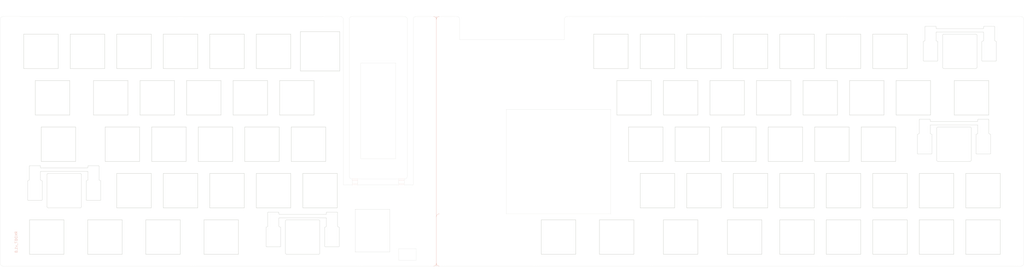
<source format=kicad_pcb>
(kicad_pcb (version 20241229) (generator "pcbnew") (generator_version "9.0")
  (layers (0 "F.Cu" signal) (2 "B.Cu" signal) (13 "F.Paste" user) (15 "B.Paste" user) (5 "F.SilkS" user "F.Silkscreen") (7 "B.SilkS" user "B.Silkscreen") (1 "F.Mask" user) (3 "B.Mask" user) (25 "Edge.Cuts" user))
  (net 0 "")
  (footprint "kbd_SW_Hole:SW_Hole_1u" (layer "F.Cu") (at 321.46875 142.875)
    (property "Reference" "SW73" (hide yes))
    (property "Value" "SW_Push" (hide yes))
    (fp_line (start -7.05 -7.05) (end 7.05 -7.05) (stroke (width 0.15)) (layer "Edge.Cuts"))
    (fp_line (start -7.05 7.05) (end -7.05 -7.05) (stroke (width 0.15)) (layer "Edge.Cuts"))
    (fp_line (start 7.05 -7.05) (end 7.05 7.05) (stroke (width 0.15)) (layer "Edge.Cuts"))
    (fp_line (start 7.05 7.05) (end -7.05 7.05) (stroke (width 0.15)) (layer "Edge.Cuts"))
  )
  (footprint "kbd_SW_Hole:SW_Hole_1u" (layer "F.Cu") (at 50.00625 142.875)
    (property "Reference" "SW8" (hide yes))
    (property "Value" "SW_Push" (hide yes))
    (fp_line (start -7.05 -7.05) (end 7.05 -7.05) (stroke (width 0.15)) (layer "Edge.Cuts"))
    (fp_line (start -7.05 7.05) (end -7.05 -7.05) (stroke (width 0.15)) (layer "Edge.Cuts"))
    (fp_line (start 7.05 -7.05) (end 7.05 7.05) (stroke (width 0.15)) (layer "Edge.Cuts"))
    (fp_line (start 7.05 7.05) (end -7.05 7.05) (stroke (width 0.15)) (layer "Edge.Cuts"))
  )
  (footprint "kbd_SW_Hole:SW_Hole_1u" (layer "F.Cu") (at 16.66875 104.775)
    (property "Reference" "SW1" (hide yes))
    (property "Value" "SW_Push" (hide yes))
    (fp_line (start -7.05 -7.05) (end 7.05 -7.05) (stroke (width 0.15)) (layer "Edge.Cuts"))
    (fp_line (start -7.05 7.05) (end -7.05 -7.05) (stroke (width 0.15)) (layer "Edge.Cuts"))
    (fp_line (start 7.05 -7.05) (end 7.05 7.05) (stroke (width 0.15)) (layer "Edge.Cuts"))
    (fp_line (start 7.05 7.05) (end -7.05 7.05) (stroke (width 0.15)) (layer "Edge.Cuts"))
  )
  (footprint "kbd_Hole:m2_Screw_Hole" (layer "F.Cu") (at 266.7 190.5)
    (property "Reference" "Ref**")
    (property "Value" "Val**")
    (pad "" np_thru_hole circle (at 0 0) (size 2.2 2.2) (drill 2.2) (layers "*.Cu" "*.Mask"))
  )
  (footprint "Rikkodo_FootPrint:rkd_cutdot" (layer "F.Cu") (at 145.256128 159.24596)
    (property "Reference" "REF**" (hide yes))
    (property "Value" "rkd_cutdot" (hide yes))
    (fp_line (start -1.190628 0.297656) (end -1.190768 -0.297479) (stroke (width 0.05)) (layer "Edge.Cuts"))
    (fp_line (start 1.190624 0.297656) (end 1.190482 -0.297479) (stroke (width 0.05)) (layer "Edge.Cuts"))
    (pad "" np_thru_hole circle (at -0.893198 0.000356 90) (size 0.5 0.5) (drill 0.5) (layers "*.Cu" "*.Mask"))
    (pad "" np_thru_hole circle (at -0.297886 0.000356 90) (size 0.5 0.5) (drill 0.5) (layers "*.Cu" "*.Mask"))
    (pad "" np_thru_hole circle (at 0.297426 0.000356 90) (size 0.5 0.5) (drill 0.5) (layers "*.Cu" "*.Mask"))
    (pad "" np_thru_hole circle (at 0.892738 0.000356 90) (size 0.5 0.5) (drill 0.5) (layers "*.Cu" "*.Mask"))
  )
  (footprint "kbd_SW_Hole:SW_Hole_1u" (layer "F.Cu") (at 307.18125 104.775)
    (property "Reference" "SW66" (hide yes))
    (property "Value" "SW_Push" (hide yes))
    (fp_line (start -7.05 -7.05) (end 7.05 -7.05) (stroke (width 0.15)) (layer "Edge.Cuts"))
    (fp_line (start -7.05 7.05) (end -7.05 -7.05) (stroke (width 0.15)) (layer "Edge.Cuts"))
    (fp_line (start 7.05 -7.05) (end 7.05 7.05) (stroke (width 0.15)) (layer "Edge.Cuts"))
    (fp_line (start 7.05 7.05) (end -7.05 7.05) (stroke (width 0.15)) (layer "Edge.Cuts"))
  )
  (footprint "kbd_Hole:m2_Screw_Hole" (layer "F.Cu") (at 180.975 173.83125)
    (property "Reference" "Ref**")
    (property "Value" "Val**")
    (pad "" np_thru_hole circle (at 0 0) (size 2.2 2.2) (drill 2.2) (layers "*.Cu" "*.Mask"))
  )
  (footprint "Rikkodo_FootPrint:rkd_cutdot" (layer "F.Cu") (at 164.306112 159.24596)
    (property "Reference" "REF**" (hide yes))
    (property "Value" "rkd_cutdot" (hide yes))
    (fp_line (start -1.190628 0.297656) (end -1.190768 -0.297479) (stroke (width 0.05)) (layer "Edge.Cuts"))
    (fp_line (start 1.190624 0.297656) (end 1.190482 -0.297479) (stroke (width 0.05)) (layer "Edge.Cuts"))
    (pad "" np_thru_hole circle (at -0.893198 0.000356 90) (size 0.5 0.5) (drill 0.5) (layers "*.Cu" "*.Mask"))
    (pad "" np_thru_hole circle (at -0.297886 0.000356 90) (size 0.5 0.5) (drill 0.5) (layers "*.Cu" "*.Mask"))
    (pad "" np_thru_hole circle (at 0.297426 0.000356 90) (size 0.5 0.5) (drill 0.5) (layers "*.Cu" "*.Mask"))
    (pad "" np_thru_hole circle (at 0.892738 0.000356 90) (size 0.5 0.5) (drill 0.5) (layers "*.Cu" "*.Mask"))
  )
  (footprint "kbd_SW_Hole:SW_Hole_1u" (layer "F.Cu") (at 383.38125 180.975)
    (property "Reference" "SW85" (hide yes))
    (property "Value" "SW_Push" (hide yes))
    (fp_line (start -7.05 -7.05) (end 7.05 -7.05) (stroke (width 0.15)) (layer "Edge.Cuts"))
    (fp_line (start -7.05 7.05) (end -7.05 -7.05) (stroke (width 0.15)) (layer "Edge.Cuts"))
    (fp_line (start 7.05 -7.05) (end 7.05 7.05) (stroke (width 0.15)) (layer "Edge.Cuts"))
    (fp_line (start 7.05 7.05) (end -7.05 7.05) (stroke (width 0.15)) (layer "Edge.Cuts"))
  )
  (footprint "kbd_SW_Hole:SW_Hole_1u" (layer "F.Cu") (at 340.51875 142.875)
    (property "Reference" "SW78" (hide yes))
    (property "Value" "SW_Push" (hide yes))
    (fp_line (start -7.05 -7.05) (end 7.05 -7.05) (stroke (width 0.15)) (layer "Edge.Cuts"))
    (fp_line (start -7.05 7.05) (end -7.05 -7.05) (stroke (width 0.15)) (layer "Edge.Cuts"))
    (fp_line (start 7.05 -7.05) (end 7.05 7.05) (stroke (width 0.15)) (layer "Edge.Cuts"))
    (fp_line (start 7.05 7.05) (end -7.05 7.05) (stroke (width 0.15)) (layer "Edge.Cuts"))
  )
  (footprint "kbd_Hole:m2_Screw_Hole" (layer "F.Cu") (at 73.81875 92.86875)
    (property "Reference" "Ref**")
    (property "Value" "Val**")
    (pad "" np_thru_hole circle (at 0 0) (size 2.2 2.2) (drill 2.2) (layers "*.Cu" "*.Mask"))
  )
  (footprint "kbd_SW_Hole:SW_Hole_1u" (layer "F.Cu") (at 259.55625 123.825)
    (property "Reference" "SW52" (hide yes))
    (property "Value" "SW_Push" (hide yes))
    (fp_line (start -7.05 -7.05) (end 7.05 -7.05) (stroke (width 0.15)) (layer "Edge.Cuts"))
    (fp_line (start -7.05 7.05) (end -7.05 -7.05) (stroke (width 0.15)) (layer "Edge.Cuts"))
    (fp_line (start 7.05 -7.05) (end 7.05 7.05) (stroke (width 0.15)) (layer "Edge.Cuts"))
    (fp_line (start 7.05 7.05) (end -7.05 7.05) (stroke (width 0.15)) (layer "Edge.Cuts"))
  )
  (footprint "kbd_SW_Hole:SW_Hole_1u" (layer "F.Cu") (at 288.13125 104.775)
    (property "Reference" "SW61" (hide yes))
    (property "Value" "SW_Push" (hide yes))
    (fp_line (start -7.05 -7.05) (end 7.05 -7.05) (stroke (width 0.15)) (layer "Edge.Cuts"))
    (fp_line (start -7.05 7.05) (end -7.05 -7.05) (stroke (width 0.15)) (layer "Edge.Cuts"))
    (fp_line (start 7.05 -7.05) (end 7.05 7.05) (stroke (width 0.15)) (layer "Edge.Cuts"))
    (fp_line (start 7.05 7.05) (end -7.05 7.05) (stroke (width 0.15)) (layer "Edge.Cuts"))
  )
  (footprint "kbd_SW_Hole:SW_Hole_1u" (layer "F.Cu") (at 326.23125 161.925)
    (property "Reference" "SW69" (hide yes))
    (property "Value" "SW_Push" (hide yes))
    (fp_line (start -7.05 -7.05) (end 7.05 -7.05) (stroke (width 0.15)) (layer "Edge.Cuts"))
    (fp_line (start -7.05 7.05) (end -7.05 -7.05) (stroke (width 0.15)) (layer "Edge.Cuts"))
    (fp_line (start 7.05 -7.05) (end 7.05 7.05) (stroke (width 0.15)) (layer "Edge.Cuts"))
    (fp_line (start 7.05 7.05) (end -7.05 7.05) (stroke (width 0.15)) (layer "Edge.Cuts"))
  )
  (footprint "kbd_Hole:m2_Screw_Hole" (layer "F.Cu") (at 180.975 111.91875)
    (property "Reference" "Ref**")
    (property "Value" "Val**")
    (pad "" np_thru_hole circle (at 0 0) (size 2.2 2.2) (drill 2.2) (layers "*.Cu" "*.Mask"))
  )
  (footprint "kbd_Hole:m2_Screw_Hole" (layer "F.Cu") (at 159.54375 153.590625 -90)
    (property "Reference" "Ref**")
    (property "Value" "Val**")
    (pad "" np_thru_hole circle (at 0 0 270) (size 2.2 2.2) (drill 2.2) (layers "*.Cu" "*.Mask"))
  )
  (footprint "kbd_Hole:m2_Screw_Hole" (layer "F.Cu") (at 180.975 169.06875)
    (property "Reference" "Ref**")
    (property "Value" "Val**")
    (pad "" np_thru_hole circle (at 0 0) (size 2.2 2.2) (drill 2.2) (layers "*.Cu" "*.Mask"))
  )
  (footprint "kbd_SW_Hole:SW_Hole_1u" (layer "F.Cu") (at 359.56875 142.875)
    (property "Reference" "SW83" (hide yes))
    (property "Value" "SW_Push" (hide yes))
    (fp_line (start -7.05 -7.05) (end 7.05 -7.05) (stroke (width 0.15)) (layer "Edge.Cuts"))
    (fp_line (start -7.05 7.05) (end -7.05 -7.05) (stroke (width 0.15)) (layer "Edge.Cuts"))
    (fp_line (start 7.05 -7.05) (end 7.05 7.05) (stroke (width 0.15)) (layer "Edge.Cuts"))
    (fp_line (start 7.05 7.05) (end -7.05 7.05) (stroke (width 0.15)) (layer "Edge.Cuts"))
  )
  (footprint "kbd_Hole:m2_Screw_Hole" (layer "F.Cu") (at 97.63125 152.4)
    (property "Reference" "M4")
    (property "Value" "Mark")
    (pad "" np_thru_hole circle (at 0 0) (size 2.2 2.2) (drill 2.2) (layers "*.Cu" "*.Mask"))
  )
  (footprint "kbd_SW_Hole:SW_Hole_1u" (layer "F.Cu") (at 354.80625 123.825)
    (property "Reference" "SW77" (hide yes))
    (property "Value" "SW_Push" (hide yes))
    (fp_line (start -7.05 -7.05) (end 7.05 -7.05) (stroke (width 0.15)) (layer "Edge.Cuts"))
    (fp_line (start -7.05 7.05) (end -7.05 -7.05) (stroke (width 0.15)) (layer "Edge.Cuts"))
    (fp_line (start 7.05 -7.05) (end 7.05 7.05) (stroke (width 0.15)) (layer "Edge.Cuts"))
    (fp_line (start 7.05 7.05) (end -7.05 7.05) (stroke (width 0.15)) (layer "Edge.Cuts"))
  )
  (footprint "kbd_Hole:m2_Screw_Hole" (layer "F.Cu") (at 150.01875 153.590625 -90)
    (property "Reference" "Ref**")
    (property "Value" "Val**")
    (pad "" np_thru_hole circle (at 0 0 270) (size 2.2 2.2) (drill 2.2) (layers "*.Cu" "*.Mask"))
  )
  (footprint "kbd_SW_Hole:SW_Hole_1u" (layer "F.Cu") (at 83.34375 123.825)
    (property "Reference" "SW17" (hide yes))
    (property "Value" "SW_Push" (hide yes))
    (fp_line (start -7.05 -7.05) (end 7.05 -7.05) (stroke (width 0.15)) (layer "Edge.Cuts"))
    (fp_line (start -7.05 7.05) (end -7.05 -7.05) (stroke (width 0.15)) (layer "Edge.Cuts"))
    (fp_line (start 7.05 -7.05) (end 7.05 7.05) (stroke (width 0.15)) (layer "Edge.Cuts"))
    (fp_line (start 7.05 7.05) (end -7.05 7.05) (stroke (width 0.15)) (layer "Edge.Cuts"))
  )
  (footprint "kbd_SW_Hole:SW_Hole_1u" (layer "F.Cu") (at 54.76875 161.925)
    (property "Reference" "SW9" (hide yes))
    (property "Value" "SW_Push" (hide yes))
    (fp_line (start -7.05 -7.05) (end 7.05 -7.05) (stroke (width 0.15)) (layer "Edge.Cuts"))
    (fp_line (start -7.05 7.05) (end -7.05 -7.05) (stroke (width 0.15)) (layer "Edge.Cuts"))
    (fp_line (start 7.05 -7.05) (end 7.05 7.05) (stroke (width 0.15)) (layer "Edge.Cuts"))
    (fp_line (start 7.05 7.05) (end -7.05 7.05) (stroke (width 0.15)) (layer "Edge.Cuts"))
  )
  (footprint "kbd_SW_Hole:SW_Hole_1.5u" (layer "F.Cu") (at 278.60625 180.975)
    (property "Reference" "SW60" (hide yes))
    (property "Value" "SW_Push" (hide yes))
    (fp_line (start -7.05 -7.05) (end 7.05 -7.05) (stroke (width 0.15)) (layer "Edge.Cuts"))
    (fp_line (start -7.05 7.05) (end -7.05 -7.05) (stroke (width 0.15)) (layer "Edge.Cuts"))
    (fp_line (start 7.05 -7.05) (end 7.05 7.05) (stroke (width 0.15)) (layer "Edge.Cuts"))
    (fp_line (start 7.05 7.05) (end -7.05 7.05) (stroke (width 0.15)) (layer "Edge.Cuts"))
  )
  (footprint "kbd_SW_Hole:SW_Hole_1u" (layer "F.Cu") (at 283.36875 142.875)
    (property "Reference" "SW63" (hide yes))
    (property "Value" "SW_Push" (hide yes))
    (fp_line (start -7.05 -7.05) (end 7.05 -7.05) (stroke (width 0.15)) (layer "Edge.Cuts"))
    (fp_line (start -7.05 7.05) (end -7.05 -7.05) (stroke (width 0.15)) (layer "Edge.Cuts"))
    (fp_line (start 7.05 -7.05) (end 7.05 7.05) (stroke (width 0.15)) (layer "Edge.Cuts"))
    (fp_line (start 7.05 7.05) (end -7.05 7.05) (stroke (width 0.15)) (layer "Edge.Cuts"))
  )
  (footprint "kbd_Hole:m2_Screw_Hole" (layer "F.Cu") (at 416.71875 92.86875)
    (property "Reference" "Ref**")
    (property "Value" "Val**")
    (pad "" np_thru_hole circle (at 0 0) (size 2.2 2.2) (drill 2.2) (layers "*.Cu" "*.Mask"))
  )
  (footprint "kbd_Hole:m2_Screw_Hole" (layer "F.Cu") (at 54.76875 133.35)
    (property "Reference" "M3")
    (property "Value" "Mark")
    (pad "" np_thru_hole circle (at 0 0) (size 2.2 2.2) (drill 2.2) (layers "*.Cu" "*.Mask"))
  )
  (footprint "Rikkodo_FootPrint:rkd_az_hole" (layer "F.Cu") (at 130.96886 104.775088)
    (property "Reference" "SW26" (hide yes))
    (property "Value" "SW_Push" (hide yes))
    (fp_line (start -8.05 -8.05) (end 8.05 -8.05) (stroke (width 0.15)) (layer "Edge.Cuts"))
    (fp_line (start -8.05 8.05) (end -8.05 -8.05) (stroke (width 0.15)) (layer "Edge.Cuts"))
    (fp_line (start 8.05 -8.05) (end 8.05 8.05) (stroke (width 0.15)) (layer "Edge.Cuts"))
    (fp_line (start 8.05 8.05) (end -8.05 8.05) (stroke (width 0.15)) (layer "Edge.Cuts"))
  )
  (footprint "kbd_SW_Hole:SW_Hole_1u" (layer "F.Cu") (at 302.41875 142.875)
    (property "Reference" "SW68" (hide yes))
    (property "Value" "SW_Push" (hide yes))
    (fp_line (start -7.05 -7.05) (end 7.05 -7.05) (stroke (width 0.15)) (layer "Edge.Cuts"))
    (fp_line (start -7.05 7.05) (end -7.05 -7.05) (stroke (width 0.15)) (layer "Edge.Cuts"))
    (fp_line (start 7.05 -7.05) (end 7.05 7.05) (stroke (width 0.15)) (layer "Edge.Cuts"))
    (fp_line (start 7.05 7.05) (end -7.05 7.05) (stroke (width 0.15)) (layer "Edge.Cuts"))
  )
  (footprint "kbd_SW_Hole:SW_Hole_1.25u" (layer "F.Cu") (at 304.8 180.975)
    (property "Reference" "SW65" (hide yes))
    (property "Value" "SW_Push" (hide yes))
    (fp_line (start -7.05 -7.05) (end 7.05 -7.05) (stroke (width 0.15)) (layer "Edge.Cuts"))
    (fp_line (start -7.05 7.05) (end -7.05 -7.05) (stroke (width 0.15)) (layer "Edge.Cuts"))
    (fp_line (start 7.05 -7.05) (end 7.05 7.05) (stroke (width 0.15)) (layer "Edge.Cuts"))
    (fp_line (start 7.05 7.05) (end -7.05 7.05) (stroke (width 0.15)) (layer "Edge.Cuts"))
  )
  (footprint "kbd_SW_Hole:SW_Hole_1u" (layer "F.Cu") (at 35.71875 104.775)
    (property "Reference" "SW6" (hide yes))
    (property "Value" "SW_Push" (hide yes))
    (fp_line (start -7.05 -7.05) (end 7.05 -7.05) (stroke (width 0.15)) (layer "Edge.Cuts"))
    (fp_line (start -7.05 7.05) (end -7.05 -7.05) (stroke (width 0.15)) (layer "Edge.Cuts"))
    (fp_line (start 7.05 -7.05) (end 7.05 7.05) (stroke (width 0.15)) (layer "Edge.Cuts"))
    (fp_line (start 7.05 7.05) (end -7.05 7.05) (stroke (width 0.15)) (layer "Edge.Cuts"))
  )
  (footprint "kbd_SW_Hole:SW_Hole_1.5u" (layer "F.Cu") (at 397.66875 123.825)
    (property "Reference" "SW87" (hide yes))
    (property "Value" "SW_Push" (hide yes))
    (fp_line (start -7.05 -7.05) (end 7.05 -7.05) (stroke (width 0.15)) (layer "Edge.Cuts"))
    (fp_line (start -7.05 7.05) (end -7.05 -7.05) (stroke (width 0.15)) (layer "Edge.Cuts"))
    (fp_line (start 7.05 -7.05) (end 7.05 7.05) (stroke (width 0.15)) (layer "Edge.Cuts"))
    (fp_line (start 7.05 7.05) (end -7.05 7.05) (stroke (width 0.15)) (layer "Edge.Cuts"))
  )
  (footprint "kbd_SW_Hole:SW_Hole_1u" (layer "F.Cu") (at 107.15625 142.875)
    (property "Reference" "SW23" (hide yes))
    (property "Value" "SW_Push" (hide yes))
    (fp_line (start -7.05 -7.05) (end 7.05 -7.05) (stroke (width 0.15)) (layer "Edge.Cuts"))
    (fp_line (start -7.05 7.05) (end -7.05 -7.05) (stroke (width 0.15)) (layer "Edge.Cuts"))
    (fp_line (start 7.05 -7.05) (end 7.05 7.05) (stroke (width 0.15)) (layer "Edge.Cuts"))
    (fp_line (start 7.05 7.05) (end -7.05 7.05) (stroke (width 0.15)) (layer "Edge.Cuts"))
  )
  (footprint "Rikkodo_FootPrint:rkd_cutdot" (layer "F.Cu") (at 164.306112 157.460024)
    (property "Reference" "REF**" (hide yes))
    (property "Value" "rkd_cutdot" (hide yes))
    (fp_line (start -1.190628 0.297656) (end -1.190768 -0.297479) (stroke (width 0.05)) (layer "Edge.Cuts"))
    (fp_line (start 1.190624 0.297656) (end 1.190482 -0.297479) (stroke (width 0.05)) (layer "Edge.Cuts"))
    (pad "" np_thru_hole circle (at -0.893198 0.000356 90) (size 0.5 0.5) (drill 0.5) (layers "*.Cu" "*.Mask"))
    (pad "" np_thru_hole circle (at -0.297886 0.000356 90) (size 0.5 0.5) (drill 0.5) (layers "*.Cu" "*.Mask"))
    (pad "" np_thru_hole circle (at 0.297426 0.000356 90) (size 0.5 0.5) (drill 0.5) (layers "*.Cu" "*.Mask"))
    (pad "" np_thru_hole circle (at 0.892738 0.000356 90) (size 0.5 0.5) (drill 0.5) (layers "*.Cu" "*.Mask"))
  )
  (footprint "kbd_Hole:m2_Screw_Hole" (layer "F.Cu") (at 219.075 190.5)
    (property "Reference" "Ref**")
    (property "Value" "Val**")
    (pad "" np_thru_hole circle (at 0 0) (size 2.2 2.2) (drill 2.2) (layers "*.Cu" "*.Mask"))
  )
  (footprint "kbd_Hole:m2_Screw_Hole" (layer "F.Cu") (at 2.38125 190.5)
    (property "Reference" "Ref**")
    (property "Value" "Val**")
    (pad "" np_thru_hole circle (at 0 0) (size 2.2 2.2) (drill 2.2) (layers "*.Cu" "*.Mask"))
  )
  (footprint "kbd_SW_Hole:SW_Hole_1u" (layer "F.Cu") (at 45.24375 123.825)
    (property "Reference" "SW7" (hide yes))
    (property "Value" "SW_Push" (hide yes))
    (fp_line (start -7.05 -7.05) (end 7.05 -7.05) (stroke (width 0.15)) (layer "Edge.Cuts"))
    (fp_line (start -7.05 7.05) (end -7.05 -7.05) (stroke (width 0.15)) (layer "Edge.Cuts"))
    (fp_line (start 7.05 -7.05) (end 7.05 7.05) (stroke (width 0.15)) (layer "Edge.Cuts"))
    (fp_line (start 7.05 7.05) (end -7.05 7.05) (stroke (width 0.15)) (layer "Edge.Cuts"))
  )
  (footprint "kbd_SW_Hole:SW_Hole_1.75u" (layer "F.Cu") (at 23.81255 142.875)
    (property "Reference" "SW3" (hide yes))
    (property "Value" "SW_Push" (hide yes))
    (fp_line (start -7.05 -7.05) (end 7.05 -7.05) (stroke (width 0.15)) (layer "Edge.Cuts"))
    (fp_line (start -7.05 7.05) (end -7.05 -7.05) (stroke (width 0.15)) (layer "Edge.Cuts"))
    (fp_line (start 7.05 -7.05) (end 7.05 7.05) (stroke (width 0.15)) (layer "Edge.Cuts"))
    (fp_line (start 7.05 7.05) (end -7.05 7.05) (stroke (width 0.15)) (layer "Edge.Cuts"))
  )
  (footprint "kbd_SW_Hole:SW_Hole_1u" (layer "F.Cu") (at 297.65625 123.825)
    (property "Reference" "SW62" (hide yes))
    (property "Value" "SW_Push" (hide yes))
    (fp_line (start -7.05 -7.05) (end 7.05 -7.05) (stroke (width 0.15)) (layer "Edge.Cuts"))
    (fp_line (start -7.05 7.05) (end -7.05 -7.05) (stroke (width 0.15)) (layer "Edge.Cuts"))
    (fp_line (start 7.05 -7.05) (end 7.05 7.05) (stroke (width 0.15)) (layer "Edge.Cuts"))
    (fp_line (start 7.05 7.05) (end -7.05 7.05) (stroke (width 0.15)) (layer "Edge.Cuts"))
  )
  (footprint "Rikkodo_FootPrint:rkd_cutdot" (layer "F.Cu") (at 145.256128 157.460024)
    (property "Reference" "REF**" (hide yes))
    (property "Value" "rkd_cutdot" (hide yes))
    (fp_line (start -1.190628 0.297656) (end -1.190768 -0.297479) (stroke (width 0.05)) (layer "Edge.Cuts"))
    (fp_line (start 1.190624 0.297656) (end 1.190482 -0.297479) (stroke (width 0.05)) (layer "Edge.Cuts"))
    (pad "" np_thru_hole circle (at -0.893198 0.000356 90) (size 0.5 0.5) (drill 0.5) (layers "*.Cu" "*.Mask"))
    (pad "" np_thru_hole circle (at -0.297886 0.000356 90) (size 0.5 0.5) (drill 0.5) (layers "*.Cu" "*.Mask"))
    (pad "" np_thru_hole circle (at 0.297426 0.000356 90) (size 0.5 0.5) (drill 0.5) (layers "*.Cu" "*.Mask"))
    (pad "" np_thru_hole circle (at 0.892738 0.000356 90) (size 0.5 0.5) (drill 0.5) (layers "*.Cu" "*.Mask"))
  )
  (footprint "kbd_SW_Hole:SW_Hole_1u" (layer "F.Cu") (at 383.38125 161.925)
    (property "Reference" "SW84" (hide yes))
    (property "Value" "SW_Push" (hide yes))
    (fp_line (start -7.05 -7.05) (end 7.05 -7.05) (stroke (width 0.15)) (layer "Edge.Cuts"))
    (fp_line (start -7.05 7.05) (end -7.05 -7.05) (stroke (width 0.15)) (layer "Edge.Cuts"))
    (fp_line (start 7.05 -7.05) (end 7.05 7.05) (stroke (width 0.15)) (layer "Edge.Cuts"))
    (fp_line (start 7.05 7.05) (end -7.05 7.05) (stroke (width 0.15)) (layer "Edge.Cuts"))
  )
  (footprint "kbd_SW_Hole:SW_Hole_1u" (layer "F.Cu") (at 102.39375 123.825)
    (property "Reference" "SW22" (hide yes))
    (property "Value" "SW_Push" (hide yes))
    (fp_line (start -7.05 -7.05) (end 7.05 -7.05) (stroke (width 0.15)) (layer "Edge.Cuts"))
    (fp_line (start -7.05 7.05) (end -7.05 -7.05) (stroke (width 0.15)) (layer "Edge.Cuts"))
    (fp_line (start 7.05 -7.05) (end 7.05 7.05) (stroke (width 0.15)) (layer "Edge.Cuts"))
    (fp_line (start 7.05 7.05) (end -7.05 7.05) (stroke (width 0.15)) (layer "Edge.Cuts"))
  )
  (footprint "kbd_Hole:m2_Screw_Hole" (layer "F.Cu") (at 180.975 190.5)
    (property "Reference" "Ref**")
    (property "Value" "Val**")
    (pad "" np_thru_hole circle (at 0 0) (size 2.2 2.2) (drill 2.2) (layers "*.Cu" "*.Mask"))
  )
  (footprint "kbd_SW_Hole:SW_Hole_1u" (layer "F.Cu") (at 126.20625 142.875)
    (property "Reference" "SW28" (hide yes))
    (property "Value" "SW_Push" (hide yes))
    (fp_line (start -7.05 -7.05) (end 7.05 -7.05) (stroke (width 0.15)) (layer "Edge.Cuts"))
    (fp_line (start -7.05 7.05) (end -7.05 -7.05) (stroke (width 0.15)) (layer "Edge.Cuts"))
    (fp_line (start 7.05 -7.05) (end 7.05 7.05) (stroke (width 0.15)) (layer "Edge.Cuts"))
    (fp_line (start 7.05 7.05) (end -7.05 7.05) (stroke (width 0.15)) (layer "Edge.Cuts"))
  )
  (footprint "kbd_Hole:m2_Screw_Hole" (layer "F.Cu") (at 245.26875 116.68125)
    (property "Reference" "Ref**")
    (property "Value" "Val**")
    (pad "" np_thru_hole circle (at 0 0) (size 2.2 2.2) (drill 2.2) (layers "*.Cu" "*.Mask"))
  )
  (footprint "kbd_SW_Hole:SW_Hole_1u" (layer "F.Cu") (at 373.85625 123.825)
    (property "Reference" "SW82" (hide yes))
    (property "Value" "SW_Push" (hide yes))
    (fp_line (start -7.05 -7.05) (end 7.05 -7.05) (stroke (width 0.15)) (layer "Edge.Cuts"))
    (fp_line (start -7.05 7.05) (end -7.05 -7.05) (stroke (width 0.15)) (layer "Edge.Cuts"))
    (fp_line (start 7.05 -7.05) (end 7.05 7.05) (stroke (width 0.15)) (layer "Edge.Cuts"))
    (fp_line (start 7.05 7.05) (end -7.05 7.05) (stroke (width 0.15)) (layer "Edge.Cuts"))
  )
  (footprint "kbd_SW_Hole:SW_Hole_1.25u" (layer "F.Cu") (at 66.67505 180.975)
    (property "Reference" "SW15" (hide yes))
    (property "Value" "SW_Push" (hide yes))
    (fp_line (start -7.05 -7.05) (end 7.05 -7.05) (stroke (width 0.15)) (layer "Edge.Cuts"))
    (fp_line (start -7.05 7.05) (end -7.05 -7.05) (stroke (width 0.15)) (layer "Edge.Cuts"))
    (fp_line (start 7.05 -7.05) (end 7.05 7.05) (stroke (width 0.15)) (layer "Edge.Cuts"))
    (fp_line (start 7.05 7.05) (end -7.05 7.05) (stroke (width 0.15)) (layer "Edge.Cuts"))
  )
  (footprint "kbd_SW_Hole:SW_Hole_1.25u" (layer "F.Cu") (at 19.05005 180.975)
    (property "Reference" "SW5" (hide yes))
    (property "Value" "SW_Push" (hide yes))
    (fp_line (start -7.05 -7.05) (end 7.05 -7.05) (stroke (width 0.15)) (layer "Edge.Cuts"))
    (fp_line (start -7.05 7.05) (end -7.05 -7.05) (stroke (width 0.15)) (layer "Edge.Cuts"))
    (fp_line (start 7.05 -7.05) (end 7.05 7.05) (stroke (width 0.15)) (layer "Edge.Cuts"))
    (fp_line (start 7.05 7.05) (end -7.05 7.05) (stroke (width 0.15)) (layer "Edge.Cuts"))
  )
  (footprint "kbd_SW_Hole:SW_Hole_1u" (layer "F.Cu") (at 92.86875 161.925)
    (property "Reference" "SW19" (hide yes))
    (property "Value" "SW_Push" (hide yes))
    (fp_line (start -7.05 -7.05) (end 7.05 -7.05) (stroke (width 0.15)) (layer "Edge.Cuts"))
    (fp_line (start -7.05 7.05) (end -7.05 -7.05) (stroke (width 0.15)) (layer "Edge.Cuts"))
    (fp_line (start 7.05 -7.05) (end 7.05 7.05) (stroke (width 0.15)) (layer "Edge.Cuts"))
    (fp_line (start 7.05 7.05) (end -7.05 7.05) (stroke (width 0.15)) (layer "Edge.Cuts"))
  )
  (footprint "kbd_SW_Hole:SW_Hole_1u" (layer "F.Cu") (at 264.31875 142.875)
    (property "Reference" "SW54" (hide yes))
    (property "Value" "SW_Push" (hide yes))
    (fp_line (start -7.05 -7.05) (end 7.05 -7.05) (stroke (width 0.15)) (layer "Edge.Cuts"))
    (fp_line (start -7.05 7.05) (end -7.05 -7.05) (stroke (width 0.15)) (layer "Edge.Cuts"))
    (fp_line (start 7.05 -7.05) (end 7.05 7.05) (stroke (width 0.15)) (layer "Edge.Cuts"))
    (fp_line (start 7.05 7.05) (end -7.05 7.05) (stroke (width 0.15)) (layer "Edge.Cuts"))
  )
  (footprint "kbd_Hole:m2_Screw_Hole" (layer "F.Cu") (at 78.58125 190.5)
    (property "Reference" "Ref**")
    (property "Value" "Val**")
    (pad "" np_thru_hole circle (at 0 0) (size 2.2 2.2) (drill 2.2) (layers "*.Cu" "*.Mask"))
  )
  (footprint "kbd_SW_Hole:SW_Hole_1u" (layer "F.Cu") (at 288.13125 161.925)
    (property "Reference" "SW59" (hide yes))
    (property "Value" "SW_Push" (hide yes))
    (fp_line (start -7.05 -7.05) (end 7.05 -7.05) (stroke (width 0.15)) (layer "Edge.Cuts"))
    (fp_line (start -7.05 7.05) (end -7.05 -7.05) (stroke (width 0.15)) (layer "Edge.Cuts"))
    (fp_line (start 7.05 -7.05) (end 7.05 7.05) (stroke (width 0.15)) (layer "Edge.Cuts"))
    (fp_line (start 7.05 7.05) (end -7.05 7.05) (stroke (width 0.15)) (layer "Edge.Cuts"))
  )
  (footprint "kbd_SW_Hole:SW_Hole_1u" (layer "F.Cu") (at 130.96875 161.925)
    (property "Reference" "SW29" (hide yes))
    (property "Value" "SW_Push" (hide yes))
    (fp_line (start -7.05 -7.05) (end 7.05 -7.05) (stroke (width 0.15)) (layer "Edge.Cuts"))
    (fp_line (start -7.05 7.05) (end -7.05 -7.05) (stroke (width 0.15)) (layer "Edge.Cuts"))
    (fp_line (start 7.05 -7.05) (end 7.05 7.05) (stroke (width 0.15)) (layer "Edge.Cuts"))
    (fp_line (start 7.05 7.05) (end -7.05 7.05) (stroke (width 0.15)) (layer "Edge.Cuts"))
  )
  (footprint "kbd_Hole:m2_Screw_Hole" (layer "F.Cu") (at 311.94375 152.4)
    (property "Reference" "M5")
    (property "Value" "Mark")
    (pad "" np_thru_hole circle (at 0 0) (size 2.2 2.2) (drill 2.2) (layers "*.Cu" "*.Mask"))
  )
  (footprint "kbd_SW_Hole:SW_Hole_1u" (layer "F.Cu") (at 88.10625 142.875)
    (property "Reference" "SW18" (hide yes))
    (property "Value" "SW_Push" (hide yes))
    (fp_line (start -7.05 -7.05) (end 7.05 -7.05) (stroke (width 0.15)) (layer "Edge.Cuts"))
    (fp_line (start -7.05 7.05) (end -7.05 -7.05) (stroke (width 0.15)) (layer "Edge.Cuts"))
    (fp_line (start 7.05 -7.05) (end 7.05 7.05) (stroke (width 0.15)) (layer "Edge.Cuts"))
    (fp_line (start 7.05 7.05) (end -7.05 7.05) (stroke (width 0.15)) (layer "Edge.Cuts"))
  )
  (footprint "kbd_SW_Hole:SW_Hole_1.5u" (layer "F.Cu") (at 21.43125 123.825)
    (property "Reference" "SW2" (hide yes))
    (property "Value" "SW_Push" (hide yes))
    (fp_line (start -7.05 -7.05) (end 7.05 -7.05) (stroke (width 0.15)) (layer "Edge.Cuts"))
    (fp_line (start -7.05 7.05) (end -7.05 -7.05) (stroke (width 0.15)) (layer "Edge.Cuts"))
    (fp_line (start 7.05 -7.05) (end 7.05 7.05) (stroke (width 0.15)) (layer "Edge.Cuts"))
    (fp_line (start 7.05 7.05) (end -7.05 7.05) (stroke (width 0.15)) (layer "Edge.Cuts"))
  )
  (footprint "kbd_Hole:m2_Screw_Hole" (layer "F.Cu") (at 250.03125 92.86875)
    (property "Reference" "Ref**")
    (property "Value" "Val**")
    (pad "" np_thru_hole circle (at 0 0) (size 2.2 2.2) (drill 2.2) (layers "*.Cu" "*.Mask"))
  )
  (footprint "kbd_SW_Hole:SW_Hole_1u" (layer "F.Cu") (at 326.23125 104.775)
    (property "Reference" "SW71" (hide yes))
    (property "Value" "SW_Push" (hide yes))
    (fp_line (start -7.05 -7.05) (end 7.05 -7.05) (stroke (width 0.15)) (layer "Edge.Cuts"))
    (fp_line (start -7.05 7.05) (end -7.05 -7.05) (stroke (width 0.15)) (layer "Edge.Cuts"))
    (fp_line (start 7.05 -7.05) (end 7.05 7.05) (stroke (width 0.15)) (layer "Edge.Cuts"))
    (fp_line (start 7.05 7.05) (end -7.05 7.05) (stroke (width 0.15)) (layer "Edge.Cuts"))
  )
  (footprint "kbd_SW_Hole:SW_Hole_1u" (layer "F.Cu") (at 111.91875 104.775)
    (property "Reference" "SW26" (hide yes))
    (property "Value" "SW_Push" (hide yes))
    (fp_line (start -7.05 -7.05) (end 7.05 -7.05) (stroke (width 0.15)) (layer "Edge.Cuts"))
    (fp_line (start -7.05 7.05) (end -7.05 -7.05) (stroke (width 0.15)) (layer "Edge.Cuts"))
    (fp_line (start 7.05 -7.05) (end 7.05 7.05) (stroke (width 0.15)) (layer "Edge.Cuts"))
    (fp_line (start 7.05 7.05) (end -7.05 7.05) (stroke (width 0.15)) (layer "Edge.Cuts"))
  )
  (footprint "kbd_Hole:m2_Screw_Hole" (layer "F.Cu") (at 138.1125 92.86875)
    (property "Reference" "Ref**")
    (property "Value" "Val**")
    (pad "" np_thru_hole circle (at 0 0) (size 2.2 2.2) (drill 2.2) (layers "*.Cu" "*.Mask"))
  )
  (footprint "kbd_SW_Hole:SW_Hole_1u" (layer "F.Cu") (at 111.91875 161.925)
    (property "Reference" "SW24" (hide yes))
    (property "Value" "SW_Push" (hide yes))
    (fp_line (start -7.05 -7.05) (end 7.05 -7.05) (stroke (width 0.15)) (layer "Edge.Cuts"))
    (fp_line (start -7.05 7.05) (end -7.05 -7.05) (stroke (width 0.15)) (layer "Edge.Cuts"))
    (fp_line (start 7.05 -7.05) (end 7.05 7.05) (stroke (width 0.15)) (layer "Edge.Cuts"))
    (fp_line (start 7.05 7.05) (end -7.05 7.05) (stroke (width 0.15)) (layer "Edge.Cuts"))
  )
  (footprint "kbd_SW_Hole:SW_Hole_1u" (layer "F.Cu") (at 364.33125 104.775)
    (property "Reference" "SW81" (hide yes))
    (property "Value" "SW_Push" (hide yes))
    (fp_line (start -7.05 -7.05) (end 7.05 -7.05) (stroke (width 0.15)) (layer "Edge.Cuts"))
    (fp_line (start -7.05 7.05) (end -7.05 -7.05) (stroke (width 0.15)) (layer "Edge.Cuts"))
    (fp_line (start 7.05 -7.05) (end 7.05 7.05) (stroke (width 0.15)) (layer "Edge.Cuts"))
    (fp_line (start 7.05 7.05) (end -7.05 7.05) (stroke (width 0.15)) (layer "Edge.Cuts"))
  )
  (footprint "DreaM117er-keebLibrary:SW_Kailh_Stablizer_LP1353_Plate_2.00u" (layer "F.Cu") (at 123.82505 180.975 180)
    (property "Reference" "SW25" (hide yes))
    (property "Value" "SW_Push" (hide yes))
    (fp_line (start 14.975 3.975) (end 14.975 -3.775) (stroke (width 0.12)) (layer "Edge.Cuts"))
    (fp_line (start 14.975 3.975) (end 14.275 4.375) (stroke (width 0.12)) (layer "Edge.Cuts"))
    (fp_line (start 14.775 -3.975) (end 9.225 -3.975) (stroke (width 0.12)) (layer "Edge.Cuts"))
    (fp_line (start 14.275 4.375) (end 14.275 10.025) (stroke (width 0.12)) (layer "Edge.Cuts"))
    (fp_line (start 14.075 10.225) (end 9.925 10.225) (stroke (width 0.12)) (layer "Edge.Cuts"))
    (fp_line (start 9.725 10.025) (end 9.725 9.525) (stroke (width 0.12)) (layer "Edge.Cuts"))
    (fp_line (start 9.725 4.375) (end 9.725 7.725) (stroke (width 0.12)) (layer "Edge.Cuts"))
    (fp_line (start 9.025 3.975) (end 9.725 4.375) (stroke (width 0.12)) (layer "Edge.Cuts"))
    (fp_line (start 9.025 3.975) (end 9.025 -3.775) (stroke (width 0.12)) (layer "Edge.Cuts"))
    (fp_line (start 7.049978 -6.549956) (end 7.049978 6.55) (stroke (width 0.12)) (layer "Edge.Cuts"))
    (fp_line (start -6.549978 7.05) (end 6.549978 7.05) (stroke (width 0.12)) (layer "Edge.Cuts"))
    (fp_line (start -6.549978 -7.049956) (end 6.549978 -7.049956) (stroke (width 0.12)) (layer "Edge.Cuts"))
    (fp_line (start -7.049978 -6.549956) (end -7.049978 6.55) (stroke (width 0.12)) (layer "Edge.Cuts"))
    (fp_line (start -9.025 3.975) (end -9.025 -3.775) (stroke (width 0.12)) (layer "Edge.Cuts"))
    (fp_line (start -9.025 3.975) (end -9.725 4.375) (stroke (width 0.12)) (layer "Edge.Cuts"))
    (fp_line (start -9.525 9.325) (end 9.525 9.325) (stroke (width 0.12)) (layer "Edge.Cuts"))
    (fp_line (start -9.525 7.925) (end 9.525 7.925) (stroke (width 0.12)) (layer "Edge.Cuts"))
    (fp_line (start -9.725 10.025) (end -9.725 9.525) (stroke (width 0.12)) (layer "Edge.Cuts"))
    (fp_line (start -9.725 4.375) (end -9.725 7.725) (stroke (width 0.12)) (layer "Edge.Cuts"))
    (fp_line (start -14.075 10.225) (end -9.925 10.225) (stroke (width 0.12)) (layer "Edge.Cuts"))
    (fp_line (start -14.275 4.375) (end -14.275 10.025) (stroke (width 0.12)) (layer "Edge.Cuts"))
    (fp_line (start -14.775 -3.975) (end -9.225 -3.975) (stroke (width 0.12)) (layer "Edge.Cuts"))
    (fp_line (start -14.975 3.975) (end -14.275 4.375) (stroke (width 0.12)) (layer "Edge.Cuts"))
    (fp_line (start -14.975 3.975) (end -14.975 -3.775) (stroke (width 0.12)) (layer "Edge.Cuts"))
    (fp_arc (start 14.775 -3.975) (mid 14.916421 -3.916421) (end 14.975 -3.775) (stroke (width 0.12)) (layer "Edge.Cuts"))
    (fp_arc (start 14.275 10.025) (mid 14.216421 10.166421) (end 14.075 10.225) (stroke (width 0.12)) (layer "Edge.Cuts"))
    (fp_arc (start 9.925 10.225) (mid 9.783579 10.166421) (end 9.725 10.025) (stroke (width 0.12)) (layer "Edge.Cuts"))
    (fp_arc (start 9.725 7.725) (mid 9.666421 7.866421) (end 9.525 7.925) (stroke (width 0.12)) (layer "Edge.Cuts"))
    (fp_arc (start 9.525 9.325) (mid 9.666421 9.383579) (end 9.725 9.525) (stroke (width 0.12)) (layer "Edge.Cuts"))
    (fp_arc (start 9.025 -3.775) (mid 9.083579 -3.916421) (end 9.225 -3.975) (stroke (width 0.12)) (layer "Edge.Cuts"))
    (fp_arc (start 7.049978 6.55) (mid 6.90353 6.903552) (end 6.549978 7.05) (stroke (width 0.12)) (layer "Edge.Cuts"))
    (fp_arc (start 6.549978 -7.049956) (mid 6.90356 -6.903525) (end 7.049978 -6.549956) (stroke (width 0.12)) (layer "Edge.Cuts"))
    (fp_arc (start -6.549978 7.05) (mid -6.903534 6.903554) (end -7.049978 6.55) (stroke (width 0.12)) (layer "Edge.Cuts"))
    (fp_arc (start -7.049978 -6.549956) (mid -6.903531 -6.903509) (end -6.549978 -7.049956) (stroke (width 0.12)) (layer "Edge.Cuts"))
    (fp_arc (start -9.225 -3.975) (mid -9.083579 -3.916421) (end -9.025 -3.775) (stroke (width 0.12)) (layer "Edge.Cuts"))
    (fp_arc (start -9.525 7.925) (mid -9.666421 7.866421) (end -9.725 7.725) (stroke (width 0.12)) (layer "Edge.Cuts"))
    (fp_arc (start -9.725 10.025) (mid -9.783579 10.166421) (end -9.925 10.225) (stroke (width 0.12)) (layer "Edge.Cuts"))
    (fp_arc (start -9.725 9.525) (mid -9.666421 9.383579) (end -9.525 9.325) (stroke (width 0.12)) (layer "Edge.Cuts"))
    (fp_arc (start -14.075 10.225) (mid -14.216421 10.166421) (end -14.275 10.025) (stroke (width 0.12)) (layer "Edge.Cuts"))
    (fp_arc (start -14.975 -3.775) (mid -14.916421 -3.916421) (end -14.775 -3.975) (stroke (width 0.12)) (layer "Edge.Cuts"))
  )
  (footprint "kbd_SW_Hole:SW_Hole_1u" (layer "F.Cu") (at 73.81875 104.775)
    (property "Reference" "SW16" (hide yes))
    (property "Value" "SW_Push" (hide yes))
    (fp_line (start -7.05 -7.05) (end 7.05 -7.05) (stroke (width 0.15)) (layer "Edge.Cuts"))
    (fp_line (start -7.05 7.05) (end -7.05 -7.05) (stroke (width 0.15)) (layer "Edge.Cuts"))
    (fp_line (start 7.05 -7.05) (end 7.05 7.05) (stroke (width 0.15)) (layer "Edge.Cuts"))
    (fp_line (start 7.05 7.05) (end -7.05 7.05) (stroke (width 0.15)) (layer "Edge.Cuts"))
  )
  (footprint "kbd_SW_Hole:SW_Hole_1.25u" (layer "F.Cu") (at 90.48755 180.975)
    (property "Reference" "SW20" (hide yes))
    (property "Value" "SW_Push" (hide yes))
    (fp_line (start -7.05 -7.05) (end 7.05 -7.05) (stroke (width 0.15)) (layer "Edge.Cuts"))
    (fp_line (start -7.05 7.05) (end -7.05 -7.05) (stroke (width 0.15)) (layer "Edge.Cuts"))
    (fp_line (start 7.05 -7.05) (end 7.05 7.05) (stroke (width 0.15)) (layer "Edge.Cuts"))
    (fp_line (start 7.05 7.05) (end -7.05 7.05) (stroke (width 0.15)) (layer "Edge.Cuts"))
  )
  (footprint "kbd_Hole:m2_Screw_Hole" (layer "F.Cu") (at 233.3625 92.86875)
    (property "Reference" "Ref**")
    (property "Value" "Val**")
    (pad "" np_thru_hole circle (at 0 0) (size 2.2 2.2) (drill 2.2) (layers "*.Cu" "*.Mask"))
  )
  (footprint "kbd_SW_Hole:SW_Hole_1u" (layer "F.Cu") (at 345.28125 161.925)
    (property "Reference" "SW74" (hide yes))
    (property "Value" "SW_Push" (hide yes))
    (fp_line (start -7.05 -7.05) (end 7.05 -7.05) (stroke (width 0.15)) (layer "Edge.Cuts"))
    (fp_line (start -7.05 7.05) (end -7.05 -7.05) (stroke (width 0.15)) (layer "Edge.Cuts"))
    (fp_line (start 7.05 -7.05) (end 7.05 7.05) (stroke (width 0.15)) (layer "Edge.Cuts"))
    (fp_line (start 7.05 7.05) (end -7.05 7.05) (stroke (width 0.15)) (layer "Edge.Cuts"))
  )
  (footprint "kbd_Hole:m2_Screw_Hole" (layer "F.Cu") (at 180.975025 92.86875)
    (property "Reference" "Ref**")
    (property "Value" "Val**")
    (pad "" np_thru_hole circle (at 0 0) (size 2.2 2.2) (drill 2.2) (layers "*.Cu" "*.Mask"))
  )
  (footprint "kbd_Hole:m2_Screw_Hole" (layer "F.Cu") (at 2.38125 92.86875)
    (property "Reference" "Ref**")
    (property "Value" "Val**")
    (pad "" np_thru_hole circle (at 0 0) (size 2.2 2.2) (drill 2.2) (layers "*.Cu" "*.Mask"))
  )
  (footprint "kbd_SW_Hole:SW_Hole_1u" (layer "F.Cu") (at 73.81875 161.925)
    (property "Reference" "SW14" (hide yes))
    (property "Value" "SW_Push" (hide yes))
    (fp_line (start -7.05 -7.05) (end 7.05 -7.05) (stroke (width 0.15)) (layer "Edge.Cuts"))
    (fp_line (start -7.05 7.05) (end -7.05 -7.05) (stroke (width 0.15)) (layer "Edge.Cuts"))
    (fp_line (start 7.05 -7.05) (end 7.05 7.05) (stroke (width 0.15)) (layer "Edge.Cuts"))
    (fp_line (start 7.05 7.05) (end -7.05 7.05) (stroke (width 0.15)) (layer "Edge.Cuts"))
  )
  (footprint "kbd_SW_Hole:SW_Hole_1.25u" (layer "F.Cu") (at 228.60005 180.975)
    (property "Reference" "SW53" (hide yes))
    (property "Value" "SW_Push" (hide yes))
    (fp_line (start -7.05 -7.05) (end 7.05 -7.05) (stroke (width 0.15)) (layer "Edge.Cuts"))
    (fp_line (start -7.05 7.05) (end -7.05 -7.05) (stroke (width 0.15)) (layer "Edge.Cuts"))
    (fp_line (start 7.05 -7.05) (end 7.05 7.05) (stroke (width 0.15)) (layer "Edge.Cuts"))
    (fp_line (start 7.05 7.05) (end -7.05 7.05) (stroke (width 0.15)) (layer "Edge.Cuts"))
  )
  (footprint "kbd_Hole:m2_Screw_Hole" (layer "F.Cu") (at 245.26875 126.20625)
    (property "Reference" "Ref**")
    (property "Value" "Val**")
    (pad "" np_thru_hole circle (at 0 0) (size 2.2 2.2) (drill 2.2) (layers "*.Cu" "*.Mask"))
  )
  (footprint "kbd_SW_Hole:SW_Hole_1u" (layer "F.Cu") (at 278.60625 123.825)
    (property "Reference" "SW57" (hide yes))
    (property "Value" "SW_Push" (hide yes))
    (fp_line (start -7.05 -7.05) (end 7.05 -7.05) (stroke (width 0.15)) (layer "Edge.Cuts"))
    (fp_line (start -7.05 7.05) (end -7.05 -7.05) (stroke (width 0.15)) (layer "Edge.Cuts"))
    (fp_line (start 7.05 -7.05) (end 7.05 7.05) (stroke (width 0.15)) (layer "Edge.Cuts"))
    (fp_line (start 7.05 7.05) (end -7.05 7.05) (stroke (width 0.15)) (layer "Edge.Cuts"))
  )
  (footprint "kbd_Hole:m2_Screw_Hole" (layer "F.Cu") (at 147.6375 190.5)
    (property "Reference" "Ref**")
    (property "Value" "Val**")
    (pad "" np_thru_hole circle (at 0 0) (size 2.2 2.2) (drill 2.2) (layers "*.Cu" "*.Mask"))
  )
  (footprint "kbd_Hole:m2_Screw_Hole" (layer "F.Cu") (at 335.75625 190.5)
    (property "Reference" "Ref**")
    (property "Value" "Val**")
    (pad "" np_thru_hole circle (at 0 0) (size 2.2 2.2) (drill 2.2) (layers "*.Cu" "*.Mask"))
  )
  (footprint "kbd_Hole:m2_Screw_Hole" (layer "F.Cu") (at 202.40625 160.734375)
    (property "Reference" "Ref**")
    (property "Value" "Val**")
    (pad "" np_thru_hole circle (at 0 0) (size 2.2 2.2) (drill 2.2) (layers "*.Cu" "*.Mask"))
  )
  (footprint "kbd_Hole:m2_Screw_Hole" (layer "F.Cu") (at 176.212525 92.86875)
    (property "Reference" "Ref**")
    (property "Value" "Val**")
    (pad "" np_thru_hole circle (at 0 0) (size 2.2 2.2) (drill 2.2) (layers "*.Cu" "*.Mask"))
  )
  (footprint "kbd_Hole:m2_Screw_Hole" (layer "F.Cu") (at 288.13125 92.86875)
    (property "Reference" "Ref**")
    (property "Value" "Val**")
    (pad "" np_thru_hole circle (at 0 0) (size 2.2 2.2) (drill 2.2) (layers "*.Cu" "*.Mask"))
  )
  (footprint "DreaM117er-keebLibrary:SW_Kailh_Stablizer_LP1353_Plate_2.00u" (layer "F.Cu") (at 26.19375 161.925 180)
    (property "Reference" "SW4" (hide yes))
    (property "Value" "SW_Push" (hide yes))
    (fp_line (start 14.975 3.975) (end 14.975 -3.775) (stroke (width 0.12)) (layer "Edge.Cuts"))
    (fp_line (start 14.975 3.975) (end 14.275 4.375) (stroke (width 0.12)) (layer "Edge.Cuts"))
    (fp_line (start 14.775 -3.975) (end 9.225 -3.975) (stroke (width 0.12)) (layer "Edge.Cuts"))
    (fp_line (start 14.275 4.375) (end 14.275 10.025) (stroke (width 0.12)) (layer "Edge.Cuts"))
    (fp_line (start 14.075 10.225) (end 9.925 10.225) (stroke (width 0.12)) (layer "Edge.Cuts"))
    (fp_line (start 9.725 10.025) (end 9.725 9.525) (stroke (width 0.12)) (layer "Edge.Cuts"))
    (fp_line (start 9.725 4.375) (end 9.725 7.725) (stroke (width 0.12)) (layer "Edge.Cuts"))
    (fp_line (start 9.025 3.975) (end 9.725 4.375) (stroke (width 0.12)) (layer "Edge.Cuts"))
    (fp_line (start 9.025 3.975) (end 9.025 -3.775) (stroke (width 0.12)) (layer "Edge.Cuts"))
    (fp_line (start 7.049978 -6.549956) (end 7.049978 6.55) (stroke (width 0.12)) (layer "Edge.Cuts"))
    (fp_line (start -6.549978 7.05) (end 6.549978 7.05) (stroke (width 0.12)) (layer "Edge.Cuts"))
    (fp_line (start -6.549978 -7.049956) (end 6.549978 -7.049956) (stroke (width 0.12)) (layer "Edge.Cuts"))
    (fp_line (start -7.049978 -6.549956) (end -7.049978 6.55) (stroke (width 0.12)) (layer "Edge.Cuts"))
    (fp_line (start -9.025 3.975) (end -9.025 -3.775) (stroke (width 0.12)) (layer "Edge.Cuts"))
    (fp_line (start -9.025 3.975) (end -9.725 4.375) (stroke (width 0.12)) (layer "Edge.Cuts"))
    (fp_line (start -9.525 9.325) (end 9.525 9.325) (stroke (width 0.12)) (layer "Edge.Cuts"))
    (fp_line (start -9.525 7.925) (end 9.525 7.925) (stroke (width 0.12)) (layer "Edge.Cuts"))
    (fp_line (start -9.725 10.025) (end -9.725 9.525) (stroke (width 0.12)) (layer "Edge.Cuts"))
    (fp_line (start -9.725 4.375) (end -9.725 7.725) (stroke (width 0.12)) (layer "Edge.Cuts"))
    (fp_line (start -14.075 10.225) (end -9.925 10.225) (stroke (width 0.12)) (layer "Edge.Cuts"))
    (fp_line (start -14.275 4.375) (end -14.275 10.025) (stroke (width 0.12)) (layer "Edge.Cuts"))
    (fp_line (start -14.775 -3.975) (end -9.225 -3.975) (stroke (width 0.12)) (layer "Edge.Cuts"))
    (fp_line (start -14.975 3.975) (end -14.275 4.375) (stroke (width 0.12)) (layer "Edge.Cuts"))
    (fp_line (start -14.975 3.975) (end -14.975 -3.775) (stroke (width 0.12)) (layer "Edge.Cuts"))
    (fp_arc (start 14.775 -3.975) (mid 14.916421 -3.916421) (end 14.975 -3.775) (stroke (width 0.12)) (layer "Edge.Cuts"))
    (fp_arc (start 14.275 10.025) (mid 14.216421 10.166421) (end 14.075 10.225) (stroke (width 0.12)) (layer "Edge.Cuts"))
    (fp_arc (start 9.925 10.225) (mid 9.783579 10.166421) (end 9.725 10.025) (stroke (width 0.12)) (layer "Edge.Cuts"))
    (fp_arc (start 9.725 7.725) (mid 9.666421 7.866421) (end 9.525 7.925) (stroke (width 0.12)) (layer "Edge.Cuts"))
    (fp_arc (start 9.525 9.325) (mid 9.666421 9.383579) (end 9.725 9.525) (stroke (width 0.12)) (layer "Edge.Cuts"))
    (fp_arc (start 9.025 -3.775) (mid 9.083579 -3.916421) (end 9.225 -3.975) (stroke (width 0.12)) (layer "Edge.Cuts"))
    (fp_arc (start 7.049978 6.55) (mid 6.90353 6.903552) (end 6.549978 7.05) (stroke (width 0.12)) (layer "Edge.Cuts"))
    (fp_arc (start 6.549978 -7.049956) (mid 6.90356 -6.903525) (end 7.049978 -6.549956) (stroke (width 0.12)) (layer "Edge.Cuts"))
    (fp_arc (start -6.549978 7.05) (mid -6.903534 6.903554) (end -7.049978 6.55) (stroke (width 0.12)) (layer "Edge.Cuts"))
    (fp_arc (start -7.049978 -6.549956) (mid -6.903531 -6.903509) (end -6.549978 -7.049956) (stroke (width 0.12)) (layer "Edge.Cuts"))
    (fp_arc (start -9.225 -3.975) (mid -9.083579 -3.916421) (end -9.025 -3.775) (stroke (width 0.12)) (layer "Edge.Cuts"))
    (fp_arc (start -9.525 7.925) (mid -9.666421 7.866421) (end -9.725 7.725) (stroke (width 0.12)) (layer "Edge.Cuts"))
    (fp_arc (start -9.725 10.025) (mid -9.783579 10.166421) (end -9.925 10.225) (stroke (width 0.12)) (layer "Edge.Cuts"))
    (fp_arc (start -9.725 9.525) (mid -9.666421 9.383579) (end -9.525 9.325) (stroke (width 0.12)) (layer "Edge.Cuts"))
    (fp_arc (start -14.075 10.225) (mid -14.216421 10.166421) (end -14.275 10.025) (stroke (width 0.12)) (layer "Edge.Cuts"))
    (fp_arc (start -14.975 -3.775) (mid -14.916421 -3.916421) (end -14.775 -3.975) (stroke (width 0.12)) (layer "Edge.Cuts"))
  )
  (footprint "kbd_SW_Hole:SW_Hole_1u" (layer "F.Cu") (at 269.08125 161.925)
    (property "Reference" "SW58" (hide yes))
    (property "Value" "SW_Push" (hide yes))
    (fp_line (start -7.05 -7.05) (end 7.05 -7.05) (stroke (width 0.15)) (layer "Edge.Cuts"))
    (fp_line (start -7.05 7.05) (end -7.05 -7.05) (stroke (width 0.15)) (layer "Edge.Cuts"))
    (fp_line (start 7.05 -7.05) (end 7.05 7.05) (stroke (width 0.15)) (layer "Edge.Cuts"))
    (fp_line (start 7.05 7.05) (end -7.05 7.05) (stroke (width 0.15)) (layer "Edge.Cuts"))
  )
  (footprint "kbd_SW_Hole:SW_Hole_1u" (layer "F.Cu") (at 121.44375 123.825)
    (property "Reference" "SW27" (hide yes))
    (property "Value" "SW_Push" (hide yes))
    (fp_line (start -7.05 -7.05) (end 7.05 -7.05) (stroke (width 0.15)) (layer "Edge.Cuts"))
    (fp_line (start -7.05 7.05) (end -7.05 -7.05) (stroke (width 0.15)) (layer "Edge.Cuts"))
    (fp_line (start 7.05 -7.05) (end 7.05 7.05) (stroke (width 0.15)) (layer "Edge.Cuts"))
    (fp_line (start 7.05 7.05) (end -7.05 7.05) (stroke (width 0.15)) (layer "Edge.Cuts"))
  )
  (footprint "kbd_SW_Hole:SW_Hole_1.25u" (layer "F.Cu") (at 42.86255 180.975)
    (property "Reference" "SW10" (hide yes))
    (property "Value" "SW_Push" (hide yes))
    (fp_line (start -7.05 -7.05) (end 7.05 -7.05) (stroke (width 0.15)) (layer "Edge.Cuts"))
    (fp_line (start -7.05 7.05) (end -7.05 -7.05) (stroke (width 0.15)) (layer "Edge.Cuts"))
    (fp_line (start 7.05 -7.05) (end 7.05 7.05) (stroke (width 0.15)) (layer "Edge.Cuts"))
    (fp_line (start 7.05 7.05) (end -7.05 7.05) (stroke (width 0.15)) (layer "Edge.Cuts"))
  )
  (footprint "kbd_Hole:m2_Screw_Hole" (layer "F.Cu") (at 180.975 116.68125)
    (property "Reference" "Ref**")
    (property "Value" "Val**")
    (pad "" np_thru_hole circle (at 0 0) (size 2.2 2.2) (drill 2.2) (layers "*.Cu" "*.Mask"))
  )
  (footprint "kbd_Hole:m2_Screw_Hole" (layer "F.Cu") (at 185.737525 92.86875)
    (property "Reference" "Ref**")
    (property "Value" "Val**")
    (pad "" np_thru_hole circle (at 0 0) (size 2.2 2.2) (drill 2.2) (layers "*.Cu" "*.Mask"))
  )
  (footprint "kbd_Hole:m2_Screw_Hole" (layer "F.Cu") (at 345.28125 92.86875)
    (property "Reference" "Ref**")
    (property "Value" "Val**")
    (pad "" np_thru_hole circle (at 0 0) (size 2.2 2.2) (drill 2.2) (layers "*.Cu" "*.Mask"))
  )
  (footprint "kbd_SW_Hole:SW_Hole_1u" (layer "F.Cu") (at 250.03125 104.775)
    (property "Reference" "SW51" (hide yes))
    (property "Value" "SW_Push" (hide yes))
    (fp_line (start -7.05 -7.05) (end 7.05 -7.05) (stroke (width 0.15)) (layer "Edge.Cuts"))
    (fp_line (start -7.05 7.05) (end -7.05 -7.05) (stroke (width 0.15)) (layer "Edge.Cuts"))
    (fp_line (start 7.05 -7.05) (end 7.05 7.05) (stroke (width 0.15)) (layer "Edge.Cuts"))
    (fp_line (start 7.05 7.05) (end -7.05 7.05) (stroke (width 0.15)) (layer "Edge.Cuts"))
  )
  (footprint "kbd_SW_Hole:SW_Hole_1u" (layer "F.Cu") (at 402.43125 161.925)
    (property "Reference" "SW89" (hide yes))
    (property "Value" "SW_Push" (hide yes))
    (fp_line (start -7.05 -7.05) (end 7.05 -7.05) (stroke (width 0.15)) (layer "Edge.Cuts"))
    (fp_line (start -7.05 7.05) (end -7.05 -7.05) (stroke (width 0.15)) (layer "Edge.Cuts"))
    (fp_line (start 7.05 -7.05) (end 7.05 7.05) (stroke (width 0.15)) (layer "Edge.Cuts"))
    (fp_line (start 7.05 7.05) (end -7.05 7.05) (stroke (width 0.15)) (layer "Edge.Cuts"))
  )
  (footprint "kbd_SW_Hole:SW_Hole_1u" (layer "F.Cu") (at 307.18125 161.925)
    (property "Reference" "SW64" (hide yes))
    (property "Value" "SW_Push" (hide yes))
    (fp_line (start -7.05 -7.05) (end 7.05 -7.05) (stroke (width 0.15)) (layer "Edge.Cuts"))
    (fp_line (start -7.05 7.05) (end -7.05 -7.05) (stroke (width 0.15)) (layer "Edge.Cuts"))
    (fp_line (start 7.05 -7.05) (end 7.05 7.05) (stroke (width 0.15)) (layer "Edge.Cuts"))
    (fp_line (start 7.05 7.05) (end -7.05 7.05) (stroke (width 0.15)) (layer "Edge.Cuts"))
  )
  (footprint "BrownSugar_KBD:RotaryEncoder_EC11-Hole" (layer "F.Cu") (at 152.4 178.59375 180)
    (property "Reference" "SW30")
    (property "Value" "RotaryEncoder_Switch")
    (fp_line (start 7.1 9) (end -7.1 9) (stroke (width 0.08)) (layer "Edge.Cuts"))
    (fp_line (start 7.1 -8.5) (end 7.1 9) (stroke (width 0.08)) (layer "Edge.Cuts"))
    (fp_line (start -7.1 9) (end -7.1 -8.5) (stroke (width 0.08)) (layer "Edge.Cuts"))
    (fp_line (start -7.1 -8.5) (end 7.1 -8.5) (stroke (width 0.08)) (layer "Edge.Cuts"))
  )
  (footprint "kbd_Hole:m2_Screw_Hole" (layer "F.Cu") (at 176.212648 190.50016)
    (property "Reference" "Ref**")
    (property "Value" "Val**")
    (pad "" np_thru_hole circle (at 0 0) (size 2.2 2.2) (drill 2.2) (layers "*.Cu" "*.Mask"))
  )
  (footprint "kbd_SW_Hole:SW_Hole_1u" (layer "F.Cu") (at 69.05625 142.875)
    (property "Reference" "SW13" (hide yes))
    (property "Value" "SW_Push" (hide yes))
    (fp_line (start -7.05 -7.05) (end 7.05 -7.05) (stroke (width 0.15)) (layer "Edge.Cuts"))
    (fp_line (start -7.05 7.05) (end -7.05 -7.05) (stroke (width 0.15)) (layer "Edge.Cuts"))
    (fp_line (start 7.05 -7.05) (end 7.05 7.05) (stroke (width 0.15)) (layer "Edge.Cuts"))
    (fp_line (start 7.05 7.05) (end -7.05 7.05) (stroke (width 0.15)) (layer "Edge.Cuts"))
  )
  (footprint "kbd_SW_Hole:SW_Hole_1u" (layer "F.Cu") (at 335.75625 123.825)
    (property "Reference" "SW72" (hide yes))
    (property "Value" "SW_Push" (hide yes))
    (fp_line (start -7.05 -7.05) (end 7.05 -7.05) (stroke (width 0.15)) (layer "Edge.Cuts"))
    (fp_line (start -7.05 7.05) (end -7.05 -7.05) (stroke (width 0.15)) (layer "Edge.Cuts"))
    (fp_line (start 7.05 -7.05) (end 7.05 7.05) (stroke (width 0.15)) (layer "Edge.Cuts"))
    (fp_line (start 7.05 7.05) (end -7.05 7.05) (stroke (width 0.15)) (layer "Edge.Cuts"))
  )
  (footprint "kbd_SW_Hole:SW_Hole_1u" (layer "F.Cu") (at 364.33125 180.975)
    (property "Reference" "SW80" (hide yes))
    (property "Value" "SW_Push" (hide yes))
    (fp_line (start -7.05 -7.05) (end 7.05 -7.05) (stroke (width 0.15)) (layer "Edge.Cuts"))
    (fp_line (start -7.05 7.05) (end -7.05 -7.05) (stroke (width 0.15)) (layer "Edge.Cuts"))
    (fp_line (start 7.05 -7.05) (end 7.05 7.05) (stroke (width 0.15)) (layer "Edge.Cuts"))
    (fp_line (start 7.05 7.05) (end -7.05 7.05) (stroke (width 0.15)) (layer "Edge.Cuts"))
  )
  (footprint "kbd_SW_Hole:SW_Hole_1u" (layer "F.Cu") (at 54.76875 104.775)
    (property "Reference" "SW11" (hide yes))
    (property "Value" "SW_Push" (hide yes))
    (fp_line (start -7.05 -7.05) (end 7.05 -7.05) (stroke (width 0.15)) (layer "Edge.Cuts"))
    (fp_line (start -7.05 7.05) (end -7.05 -7.05) (stroke (width 0.15)) (layer "Edge.Cuts"))
    (fp_line (start 7.05 -7.05) (end 7.05 7.05) (stroke (width 0.15)) (layer "Edge.Cuts"))
    (fp_line (start 7.05 7.05) (end -7.05 7.05) (stroke (width 0.15)) (layer "Edge.Cuts"))
  )
  (footprint "kbd_Hole:m2_Screw_Hole" (layer "F.Cu") (at 416.71875 190.5)
    (property "Reference" "Ref**")
    (property "Value" "Val**")
    (pad "" np_thru_hole circle (at 0 0) (size 2.2 2.2) (drill 2.2) (layers "*.Cu" "*.Mask"))
  )
  (footprint "kbd_SW_Hole:SW_Hole_1u" (layer "F.Cu") (at 402.43125 180.975)
    (property "Reference" "SW90" (hide yes))
    (property "Value" "SW_Push" (hide yes))
    (fp_line (start -7.05 -7.05) (end 7.05 -7.05) (stroke (width 0.15)) (layer "Edge.Cuts"))
    (fp_line (start -7.05 7.05) (end -7.05 -7.05) (stroke (width 0.15)) (layer "Edge.Cuts"))
    (fp_line (start 7.05 -7.05) (end 7.05 7.05) (stroke (width 0.15)) (layer "Edge.Cuts"))
    (fp_line (start 7.05 7.05) (end -7.05 7.05) (stroke (width 0.15)) (layer "Edge.Cuts"))
  )
  (footprint "kbd_SW_Hole:SW_Hole_1u" (layer "F.Cu") (at 326.23125 180.975)
    (property "Reference" "SW70" (hide yes))
    (property "Value" "SW_Push" (hide yes))
    (fp_line (start -7.05 -7.05) (end 7.05 -7.05) (stroke (width 0.15)) (layer "Edge.Cuts"))
    (fp_line (start -7.05 7.05) (end -7.05 -7.05) (stroke (width 0.15)) (layer "Edge.Cuts"))
    (fp_line (start 7.05 -7.05) (end 7.05 7.05) (stroke (width 0.15)) (layer "Edge.Cuts"))
    (fp_line (start 7.05 7.05) (end -7.05 7.05) (stroke (width 0.15)) (layer "Edge.Cuts"))
  )
  (footprint "kbd_SW_Hole:SW_Hole_1u" (layer "F.Cu") (at 269.08125 104.775)
    (property "Reference" "SW56" (hide yes))
    (property "Value" "SW_Push" (hide yes))
    (fp_line (start -7.05 -7.05) (end 7.05 -7.05) (stroke (width 0.15)) (layer "Edge.Cuts"))
    (fp_line (start -7.05 7.05) (end -7.05 -7.05) (stroke (width 0.15)) (layer "Edge.Cuts"))
    (fp_line (start 7.05 -7.05) (end 7.05 7.05) (stroke (width 0.15)) (layer "Edge.Cuts"))
    (fp_line (start 7.05 7.05) (end -7.05 7.05) (stroke (width 0.15)) (layer "Edge.Cuts"))
  )
  (footprint "kbd_SW_Hole:SW_Hole_1u" (layer "F.Cu") (at 364.33125 161.925)
    (property "Reference" "SW79" (hide yes))
    (property "Value" "SW_Push" (hide yes))
    (fp_line (start -7.05 -7.05) (end 7.05 -7.05) (stroke (width 0.15)) (layer "Edge.Cuts"))
    (fp_line (start -7.05 7.05) (end -7.05 -7.05) (stroke (width 0.15)) (layer "Edge.Cuts"))
    (fp_line (start 7.05 -7.05) (end 7.05 7.05) (stroke (width 0.15)) (layer "Edge.Cuts"))
    (fp_line (start 7.05 7.05) (end -7.05 7.05) (stroke (width 0.15)) (layer "Edge.Cuts"))
  )
  (footprint "kbd_SW_Hole:SW_Hole_1.25u" (layer "F.Cu") (at 252.41255 180.975)
    (property "Reference" "SW55" (hide yes))
    (property "Value" "SW_Push" (hide yes))
    (fp_line (start -7.05 -7.05) (end 7.05 -7.05) (stroke (width 0.15)) (layer "Edge.Cuts"))
    (fp_line (start -7.05 7.05) (end -7.05 -7.05) (stroke (width 0.15)) (layer "Edge.Cuts"))
    (fp_line (start 7.05 -7.05) (end 7.05 7.05) (stroke (width 0.15)) (layer "Edge.Cuts"))
    (fp_line (start 7.05 7.05) (end -7.05 7.05) (stroke (width 0.15)) (layer "Edge.Cuts"))
  )
  (footprint "kbd_SW_Hole:SW_Hole_1u" (layer "F.Cu") (at 345.28125 180.975)
    (property "Reference" "SW75" (hide yes))
    (property "Value" "SW_Push" (hide yes))
    (fp_line (start -7.05 -7.05) (end 7.05 -7.05) (stroke (width 0.15)) (layer "Edge.Cuts"))
    (fp_line (start -7.05 7.05) (end -7.05 -7.05) (stroke (width 0.15)) (layer "Edge.Cuts"))
    (fp_line (start 7.05 -7.05) (end 7.05 7.05) (stroke (width 0.15)) (layer "Edge.Cuts"))
    (fp_line (start 7.05 7.05) (end -7.05 7.05) (stroke (width 0.15)) (layer "Edge.Cuts"))
  )
  (footprint "DreaM117er-keebLibrary:SW_Kailh_Stablizer_LP1353_Plate_2.00u" (layer "F.Cu") (at 390.52505 142.875 180)
    (property "Reference" "SW88" (hide yes))
    (property "Value" "SW_Push" (hide yes))
    (fp_line (start 14.975 3.975) (end 14.975 -3.775) (stroke (width 0.12)) (layer "Edge.Cuts"))
    (fp_line (start 14.975 3.975) (end 14.275 4.375) (stroke (width 0.12)) (layer "Edge.Cuts"))
    (fp_line (start 14.775 -3.975) (end 9.225 -3.975) (stroke (width 0.12)) (layer "Edge.Cuts"))
    (fp_line (start 14.275 4.375) (end 14.275 10.025) (stroke (width 0.12)) (layer "Edge.Cuts"))
    (fp_line (start 14.075 10.225) (end 9.925 10.225) (stroke (width 0.12)) (layer "Edge.Cuts"))
    (fp_line (start 9.725 10.025) (end 9.725 9.525) (stroke (width 0.12)) (layer "Edge.Cuts"))
    (fp_line (start 9.725 4.375) (end 9.725 7.725) (stroke (width 0.12)) (layer "Edge.Cuts"))
    (fp_line (start 9.025 3.975) (end 9.725 4.375) (stroke (width 0.12)) (layer "Edge.Cuts"))
    (fp_line (start 9.025 3.975) (end 9.025 -3.775) (stroke (width 0.12)) (layer "Edge.Cuts"))
    (fp_line (start 7.049978 -6.549956) (end 7.049978 6.55) (stroke (width 0.12)) (layer "Edge.Cuts"))
    (fp_line (start -6.549978 7.05) (end 6.549978 7.05) (stroke (width 0.12)) (layer "Edge.Cuts"))
    (fp_line (start -6.549978 -7.049956) (end 6.549978 -7.049956) (stroke (width 0.12)) (layer "Edge.Cuts"))
    (fp_line (start -7.049978 -6.549956) (end -7.049978 6.55) (stroke (width 0.12)) (layer "Edge.Cuts"))
    (fp_line (start -9.025 3.975) (end -9.025 -3.775) (stroke (width 0.12)) (layer "Edge.Cuts"))
    (fp_line (start -9.025 3.975) (end -9.725 4.375) (stroke (width 0.12)) (layer "Edge.Cuts"))
    (fp_line (start -9.525 9.325) (end 9.525 9.325) (stroke (width 0.12)) (layer "Edge.Cuts"))
    (fp_line (start -9.525 7.925) (end 9.525 7.925) (stroke (width 0.12)) (layer "Edge.Cuts"))
    (fp_line (start -9.725 10.025) (end -9.725 9.525) (stroke (width 0.12)) (layer "Edge.Cuts"))
    (fp_line (start -9.725 4.375) (end -9.725 7.725) (stroke (width 0.12)) (layer "Edge.Cuts"))
    (fp_line (start -14.075 10.225) (end -9.925 10.225) (stroke (width 0.12)) (layer "Edge.Cuts"))
    (fp_line (start -14.275 4.375) (end -14.275 10.025) (stroke (width 0.12)) (layer "Edge.Cuts"))
    (fp_line (start -14.775 -3.975) (end -9.225 -3.975) (stroke (width 0.12)) (layer "Edge.Cuts"))
    (fp_line (start -14.975 3.975) (end -14.275 4.375) (stroke (width 0.12)) (layer "Edge.Cuts"))
    (fp_line (start -14.975 3.975) (end -14.975 -3.775) (stroke (width 0.12)) (layer "Edge.Cuts"))
    (fp_arc (start 14.775 -3.975) (mid 14.916421 -3.916421) (end 14.975 -3.775) (stroke (width 0.12)) (layer "Edge.Cuts"))
    (fp_arc (start 14.275 10.025) (mid 14.216421 10.166421) (end 14.075 10.225) (stroke (width 0.12)) (layer "Edge.Cuts"))
    (fp_arc (start 9.925 10.225) (mid 9.783579 10.166421) (end 9.725 10.025) (stroke (width 0.12)) (layer "Edge.Cuts"))
    (fp_arc (start 9.725 7.725) (mid 9.666421 7.866421) (end 9.525 7.925) (stroke (width 0.12)) (layer "Edge.Cuts"))
    (fp_arc (start 9.525 9.325) (mid 9.666421 9.383579) (end 9.725 9.525) (stroke (width 0.12)) (layer "Edge.Cuts"))
    (fp_arc (start 9.025 -3.775) (mid 9.083579 -3.916421) (end 9.225 -3.975) (stroke (width 0.12)) (layer "Edge.Cuts"))
    (fp_arc (start 7.049978 6.55) (mid 6.90353 6.903552) (end 6.549978 7.05) (stroke (width 0.12)) (layer "Edge.Cuts"))
    (fp_arc (start 6.549978 -7.049956) (mid 6.90356 -6.903525) (end 7.049978 -6.549956) (stroke (width 0.12)) (layer "Edge.Cuts"))
    (fp_arc (start -6.549978 7.05) (mid -6.903534 6.903554) (end -7.049978 6.55) (stroke (width 0.12)) (layer "Edge.Cuts"))
    (fp_arc (start -7.049978 -6.549956) (mid -6.903531 -6.903509) (end -6.549978 -7.049956) (stroke (width 0.12)) (layer "Edge.Cuts"))
    (fp_arc (start -9.225 -3.975) (mid -9.083579 -3.916421) (end -9.025 -3.775) (stroke (width 0.12)) (layer "Edge.Cuts"))
    (fp_arc (start -9.525 7.925) (mid -9.666421 7.866421) (end -9.725 7.725) (stroke (width 0.12)) (layer "Edge.Cuts"))
    (fp_arc (start -9.725 10.025) (mid -9.783579 10.166421) (end -9.925 10.225) (stroke (width 0.12)) (layer "Edge.Cuts"))
    (fp_arc (start -9.725 9.525) (mid -9.666421 9.383579) (end -9.525 9.325) (stroke (width 0.12)) (layer "Edge.Cuts"))
    (fp_arc (start -14.075 10.225) (mid -14.216421 10.166421) (end -14.275 10.025) (stroke (width 0.12)) (layer "Edge.Cuts"))
    (fp_arc (start -14.975 -3.775) (mid -14.916421 -3.916421) (end -14.775 -3.975) (stroke (width 0.12)) (layer "Edge.Cuts"))
  )
  (footprint "DreaM117er-keebLibrary:SW_Kailh_Stablizer_LP1353_Plate_2.00u" (layer "F.Cu") (at 392.90625 104.775 180)
    (property "Reference" "SW86" (hide yes))
    (property "Value" "SW_Push" (hide yes))
    (fp_line (start 14.975 3.975) (end 14.975 -3.775) (stroke (width 0.12)) (layer "Edge.Cuts"))
    (fp_line (start 14.975 3.975) (end 14.275 4.375) (stroke (width 0.12)) (layer "Edge.Cuts"))
    (fp_line (start 14.775 -3.975) (end 9.225 -3.975) (stroke (width 0.12)) (layer "Edge.Cuts"))
    (fp_line (start 14.275 4.375) (end 14.275 10.025) (stroke (width 0.12)) (layer "Edge.Cuts"))
    (fp_line (start 14.075 10.225) (end 9.925 10.225) (stroke (width 0.12)) (layer "Edge.Cuts"))
    (fp_line (start 9.725 10.025) (end 9.725 9.525) (stroke (width 0.12)) (layer "Edge.Cuts"))
    (fp_line (start 9.725 4.375) (end 9.725 7.725) (stroke (width 0.12)) (layer "Edge.Cuts"))
    (fp_line (start 9.025 3.975) (end 9.725 4.375) (stroke (width 0.12)) (layer "Edge.Cuts"))
    (fp_line (start 9.025 3.975) (end 9.025 -3.775) (stroke (width 0.12)) (layer "Edge.Cuts"))
    (fp_line (start 7.049978 -6.549956) (end 7.049978 6.55) (stroke (width 0.12)) (layer "Edge.Cuts"))
    (fp_line (start -6.549978 7.05) (end 6.549978 7.05) (stroke (width 0.12)) (layer "Edge.Cuts"))
    (fp_line (start -6.549978 -7.049956) (end 6.549978 -7.049956) (stroke (width 0.12)) (layer "Edge.Cuts"))
    (fp_line (start -7.049978 -6.549956) (end -7.049978 6.55) (stroke (width 0.12)) (layer "Edge.Cuts"))
    (fp_line (start -9.025 3.975) (end -9.025 -3.775) (stroke (width 0.12)) (layer "Edge.Cuts"))
    (fp_line (start -9.025 3.975) (end -9.725 4.375) (stroke (width 0.12)) (layer "Edge.Cuts"))
    (fp_line (start -9.525 9.325) (end 9.525 9.325) (stroke (width 0.12)) (layer "Edge.Cuts"))
    (fp_line (start -9.525 7.925) (end 9.525 7.925) (stroke (width 0.12)) (layer "Edge.Cuts"))
    (fp_line (start -9.725 10.025) (end -9.725 9.525) (stroke (width 0.12)) (layer "Edge.Cuts"))
    (fp_line (start -9.725 4.375) (end -9.725 7.725) (stroke (width 0.12)) (layer "Edge.Cuts"))
    (fp_line (start -14.075 10.225) (end -9.925 10.225) (stroke (width 0.12)) (layer "Edge.Cuts"))
    (fp_line (start -14.275 4.375) (end -14.275 10.025) (stroke (width 0.12)) (layer "Edge.Cuts"))
    (fp_line (start -14.775 -3.975) (end -9.225 -3.975) (stroke (width 0.12)) (layer "Edge.Cuts"))
    (fp_line (start -14.975 3.975) (end -14.275 4.375) (stroke (width 0.12)) (layer "Edge.Cuts"))
    (fp_line (start -14.975 3.975) (end -14.975 -3.775) (stroke (width 0.12)) (layer "Edge.Cuts"))
    (fp_arc (start 14.775 -3.975) (mid 14.916421 -3.916421) (end 14.975 -3.775) (stroke (width 0.12)) (layer "Edge.Cuts"))
    (fp_arc (start 14.275 10.025) (mid 14.216421 10.166421) (end 14.075 10.225) (stroke (width 0.12)) (layer "Edge.Cuts"))
    (fp_arc (start 9.925 10.225) (mid 9.783579 10.166421) (end 9.725 10.025) (stroke (width 0.12)) (layer "Edge.Cuts"))
    (fp_arc (start 9.725 7.725) (mid 9.666421 7.866421) (end 9.525 7.925) (stroke (width 0.12)) (layer "Edge.Cuts"))
    (fp_arc (start 9.525 9.325) (mid 9.666421 9.383579) (end 9.725 9.525) (stroke (width 0.12)) (layer "Edge.Cuts"))
    (fp_arc (start 9.025 -3.775) (mid 9.083579 -3.916421) (end 9.225 -3.975) (stroke (width 0.12)) (layer "Edge.Cuts"))
    (fp_arc (start 7.049978 6.55) (mid 6.90353 6.903552) (end 6.549978 7.05) (stroke (width 0.12)) (layer "Edge.Cuts"))
    (fp_arc (start 6.549978 -7.049956) (mid 6.90356 -6.903525) (end 7.049978 -6.549956) (stroke (width 0.12)) (layer "Edge.Cuts"))
    (fp_arc (start -6.549978 7.05) (mid -6.903534 6.903554) (end -7.049978 6.55) (stroke (width 0.12)) (layer "Edge.Cuts"))
    (fp_arc (start -7.049978 -6.549956) (mid -6.903531 -6.903509) (end -6.549978 -7.049956) (stroke (width 0.12)) (layer "Edge.Cuts"))
    (fp_arc (start -9.225 -3.975) (mid -9.083579 -3.916421) (end -9.025 -3.775) (stroke (width 0.12)) (layer "Edge.Cuts"))
    (fp_arc (start -9.525 7.925) (mid -9.666421 7.866421) (end -9.725 7.725) (stroke (width 0.12)) (layer "Edge.Cuts"))
    (fp_arc (start -9.725 10.025) (mid -9.783579 10.166421) (end -9.925 10.225) (stroke (width 0.12)) (layer "Edge.Cuts"))
    (fp_arc (start -9.725 9.525) (mid -9.666421 9.383579) (end -9.525 9.325) (stroke (width 0.12)) (layer "Edge.Cuts"))
    (fp_arc (start -14.075 10.225) (mid -14.216421 10.166421) (end -14.275 10.025) (stroke (width 0.12)) (layer "Edge.Cuts"))
    (fp_arc (start -14.975 -3.775) (mid -14.916421 -3.916421) (end -14.775 -3.975) (stroke (width 0.12)) (layer "Edge.Cuts"))
  )
  (footprint "kbd_SW_Hole:SW_Hole_1u" (layer "F.Cu") (at 64.29375 123.825)
    (property "Reference" "SW12" (hide yes))
    (property "Value" "SW_Push" (hide yes))
    (fp_line (start -7.05 -7.05) (end 7.05 -7.05) (stroke (width 0.15)) (layer "Edge.Cuts"))
    (fp_line (start -7.05 7.05) (end -7.05 -7.05) (stroke (width 0.15)) (layer "Edge.Cuts"))
    (fp_line (start 7.05 -7.05) (end 7.05 7.05) (stroke (width 0.15)) (layer "Edge.Cuts"))
    (fp_line (start 7.05 7.05) (end -7.05 7.05) (stroke (width 0.15)) (layer "Edge.Cuts"))
  )
  (footprint "kbd_SW_Hole:SW_Hole_1u" (layer "F.Cu") (at 92.86875 104.775)
    (property "Reference" "SW21" (hide yes))
    (property "Value" "SW_Push" (hide yes))
    (fp_line (start -7.05 -7.05) (end 7.05 -7.05) (stroke (width 0.15)) (layer "Edge.Cuts"))
    (fp_line (start -7.05 7.05) (end -7.05 -7.05) (stroke (width 0.15)) (layer "Edge.Cuts"))
    (fp_line (start 7.05 -7.05) (end 7.05 7.05) (stroke (width 0.15)) (layer "Edge.Cuts"))
    (fp_line (start 7.05 7.05) (end -7.05 7.05) (stroke (width 0.15)) (layer "Edge.Cuts"))
  )
  (footprint "kbd_SW_Hole:SW_Hole_1u" (layer "F.Cu") (at 316.70625 123.825)
    (property "Reference" "SW67" (hide yes))
    (property "Value" "SW_Push" (hide yes))
    (fp_line (start -7.05 -7.05) (end 7.05 -7.05) (stroke (width 0.15)) (layer "Edge.Cuts"))
    (fp_line (start -7.05 7.05) (end -7.05 -7.05) (stroke (width 0.15)) (layer "Edge.Cuts"))
    (fp_line (start 7.05 -7.05) (end 7.05 7.05) (stroke (width 0.15)) (layer "Edge.Cuts"))
    (fp_line (start 7.05 7.05) (end -7.05 7.05) (stroke (width 0.15)) (layer "Edge.Cuts"))
  )
  (footprint "kbd_SW_Hole:SW_Hole_1u" (layer "F.Cu") (at 345.28125 104.775)
    (property "Reference" "SW76" (hide yes))
    (property "Value" "SW_Push" (hide yes))
    (fp_line (start -7.05 -7.05) (end 7.05 -7.05) (stroke (width 0.15)) (layer "Edge.Cuts"))
    (fp_line (start -7.05 7.05) (end -7.05 -7.05) (stroke (width 0.15)) (layer "Edge.Cuts"))
    (fp_line (start 7.05 -7.05) (end 7.05 7.05) (stroke (width 0.15)) (layer "Edge.Cuts"))
    (fp_line (start 7.05 7.05) (end -7.05 7.05) (stroke (width 0.15)) (layer "Edge.Cuts"))
  )
  (footprint "kbd_Hole:m2_Screw_Hole" (layer "F.Cu") (at 345.28125 133.35)
    (property "Reference" "M6")
    (property "Value" "Mark")
    (pad "" np_thru_hole circle (at 0 0) (size 2.2 2.2) (drill 2.2) (layers "*.Cu" "*.Mask"))
  )
  (footprint "Rikkodo_FootPrint:rkd_picot5400_BTM" (layer "B.Cu") (at 228.600192 150.018876 180)
    (property "Reference" "Picot**" (hide yes))
    (property "Value" "rkd_picot5400_BTM")
    (pad "" np_thru_hole circle (at -16.75 -16.75 180) (size 2.2 2.2) (drill 2.2) (layers "*.Cu" "*.Mask"))
    (pad "" np_thru_hole circle (at -16.75 16.75 180) (size 2.2 2.2) (drill 2.2) (layers "*.Cu" "*.Mask"))
    (pad "" np_thru_hole circle (at 16.75 -16.75 180) (size 2.2 2.2) (drill 2.2) (layers "*.Cu" "*.Mask"))
    (pad "" np_thru_hole circle (at 16.75 16.75 180) (size 2.2 2.2) (drill 2.2) (layers "*.Cu" "*.Mask"))
  )
  (gr_arc (start 179.784375 192.88125) (mid 178.942476 192.532524) (end 178.59375 191.690625) (stroke (width 0.1)) (layer "B.SilkS"))
  (gr_arc (start 177.403125 90.4875) (mid 178.245025 90.836226) (end 178.593751 91.678126) (stroke (width 0.1)) (layer "B.SilkS"))
  (gr_arc (start 178.59375 91.678125) (mid 178.942476 90.836226) (end 179.784375 90.4875) (stroke (width 0.1)) (layer "B.SilkS"))
  (gr_line (start 178.59375 90.4875) (end 178.59375 192.88125) (stroke (width 0.1)) (layer "B.SilkS"))
  (gr_arc (start 178.59375 172.640625) (mid 178.942476 171.798726) (end 179.784375 171.45) (stroke (width 0.1)) (layer "B.SilkS"))
  (gr_arc (start 178.593751 191.690625) (mid 178.245025 192.532525) (end 177.403125 192.881251) (stroke (width 0.1)) (layer "B.SilkS"))
  (gr_line (start 232.171875 90.4875) (end 417.9094 90.4875) (stroke (width 0.05)) (layer "Edge.Cuts"))
  (gr_line (start 146.446752 157.1625) (end 163.115502 157.1625) (stroke (width 0.05)) (layer "Edge.Cuts"))
  (gr_arc (start 139.303125 90.4875) (mid 140.145046 90.836204) (end 140.49375 91.678125) (stroke (width 0.05)) (layer "Edge.Cuts"))
  (gr_line (start 147.6375 148.828125) (end 161.925 148.828125) (stroke (width 0.05)) (layer "Edge.Cuts"))
  (gr_line (start 165.496665 157.75768) (end 165.496594 158.948481) (stroke (width 0.05)) (layer "Edge.Cuts"))
  (gr_line (start 1.190627 90.478105) (end 139.309647 90.487518) (stroke (width 0.05)) (layer "Edge.Cuts"))
  (gr_arc (start 186.928125 90.4875) (mid 187.770024 90.836226) (end 188.11875 91.678125) (stroke (width 0.05)) (layer "Edge.Cuts"))
  (gr_line (start 140.49375 159.54375) (end 140.49375 91.678125) (stroke (width 0.05)) (layer "Edge.Cuts"))
  (gr_line (start 147.6375 109.5375) (end 147.6375 148.828125) (stroke (width 0.05)) (layer "Edge.Cuts"))
  (gr_line (start 207.16875 171.45) (end 207.16875 128.587608) (stroke (width 0.05)) (layer "Edge.Cuts"))
  (gr_line (start 230.98125 100.0125) (end 230.98125 91.6782) (stroke (width 0.05)) (layer "Edge.Cuts"))
  (gr_line (start 419.100075 191.690675) (end 419.099999 91.678125) (stroke (width 0.05)) (layer "Edge.Cuts"))
  (gr_line (start 170.259375 190.5) (end 163.115625 190.5) (stroke (width 0.05)) (layer "Edge.Cuts"))
  (gr_line (start 207.16875 128.587608) (end 250.031275 128.5875) (stroke (width 0.05)) (layer "Edge.Cuts"))
  (gr_line (start 188.11875 100.0125) (end 230.98125 100.0125) (stroke (width 0.05)) (layer "Edge.Cuts"))
  (gr_line (start 0 91.678145) (end 0.000135 191.690625) (stroke (width 0.05)) (layer "Edge.Cuts"))
  (gr_line (start 163.115414 157.75768) (end 163.115344 158.948481) (stroke (width 0.05)) (layer "Edge.Cuts"))
  (gr_arc (start 1.19076 192.881115) (mid 0.348814 192.532421) (end 0.000135 191.69049) (stroke (width 0.05)) (layer "Edge.Cuts"))
  (gr_arc (start 417.9094 90.4875) (mid 418.75128 90.836223) (end 419.100025 91.678125) (stroke (width 0.05)) (layer "Edge.Cuts"))
  (gr_line (start 163.115625 190.5) (end 163.115625 185.7375) (stroke (width 0.05)) (layer "Edge.Cuts"))
  (gr_line (start 161.925 109.5375) (end 161.925 148.828125) (stroke (width 0.05)) (layer "Edge.Cuts"))
  (gr_line (start 188.11875 91.678125) (end 188.11875 100.0125) (stroke (width 0.05)) (layer "Edge.Cuts"))
  (gr_arc (start 419.100075 191.690675) (mid 418.751333 192.532551) (end 417.90945 192.8813) (stroke (width 0.05)) (layer "Edge.Cuts"))
  (gr_line (start 166.6875 155.971875) (end 166.6875 91.678125) (stroke (width 0.05)) (layer "Edge.Cuts"))
  (gr_line (start 142.875 91.678125) (end 142.875025 155.971875) (stroke (width 0.05)) (layer "Edge.Cuts"))
  (gr_arc (start 165.496875 90.4875) (mid 166.338774 90.836226) (end 166.6875 91.678125) (stroke (width 0.05)) (layer "Edge.Cuts"))
  (gr_line (start 144.065504 159.543616) (end 140.49375 159.54375) (stroke (width 0.05)) (layer "Edge.Cuts"))
  (gr_line (start 163.115484 159.543616) (end 146.446752 159.543616) (stroke (width 0.05)) (layer "Edge.Cuts"))
  (gr_line (start 1.190625 192.881115) (end 417.909375 192.88125) (stroke (width 0.05)) (layer "Edge.Cuts"))
  (gr_line (start 169.068825 91.6781) (end 169.068825 159.54375) (stroke (width 0.05)) (layer "Edge.Cuts"))
  (gr_line (start 207.16875 171.45) (end 250.03146 171.45) (stroke (width 0.05)) (layer "Edge.Cuts"))
  (gr_arc (start 142.875 91.678125) (mid 143.223726 90.836226) (end 144.065625 90.4875) (stroke (width 0.05)) (layer "Edge.Cuts"))
  (gr_arc (start 230.98125 91.678125) (mid 231.329976 90.836226) (end 232.171875 90.4875) (stroke (width 0.05)) (layer "Edge.Cuts"))
  (gr_arc (start 144.06565 157.1625) (mid 143.223744 156.813781) (end 142.875025 155.971875) (stroke (width 0.05)) (layer "Edge.Cuts"))
  (gr_line (start 146.446752 157.75768) (end 146.446752 158.948304) (stroke (width 0.05)) (layer "Edge.Cuts"))
  (gr_line (start 147.6375 109.5375) (end 161.925 109.5375) (stroke (width 0.05)) (layer "Edge.Cuts"))
  (gr_arc (start 0 91.678125) (mid 0.348732 90.836232) (end 1.190625 90.4875) (stroke (width 0.05)) (layer "Edge.Cuts"))
  (gr_line (start 144.065625 90.4875) (end 165.496875 90.4875) (stroke (width 0.05)) (layer "Edge.Cuts"))
  (gr_arc (start 169.068825 91.678175) (mid 169.417529 90.836254) (end 170.25945 90.48755) (stroke (width 0.05)) (layer "Edge.Cuts"))
  (gr_arc (start 166.6875 155.971875) (mid 166.338781 156.813781) (end 165.496875 157.1625) (stroke (width 0.05)) (layer "Edge.Cuts"))
  (gr_line (start 165.496736 159.543616) (end 169.068825 159.54375) (stroke (width 0.05)) (layer "Edge.Cuts"))
  (gr_line (start 144.0655 157.75768) (end 144.0655 158.948304) (stroke (width 0.05)) (layer "Edge.Cuts"))
  (gr_line (start 163.115625 185.7375) (end 170.259375 185.7375) (stroke (width 0.05)) (layer "Edge.Cuts"))
  (gr_line (start 250.03146 171.45) (end 250.030684 128.5875) (stroke (width 0.05)) (layer "Edge.Cuts"))
  (gr_line (start 170.259375 185.7375) (end 170.259375 190.5) (stroke (width 0.05)) (layer "Edge.Cuts"))
  (gr_line (start 170.259425 90.487575) (end 186.928125 90.4875) (stroke (width 0.05)) (layer "Edge.Cuts"))
  (gr_text "RKD07_v1.0" (at 7.14375 178.59375 90) (layer "B.SilkS") (effects (font (size 1 1) (thickness 0.1)) (justify left bottom mirror)))
)
</source>
